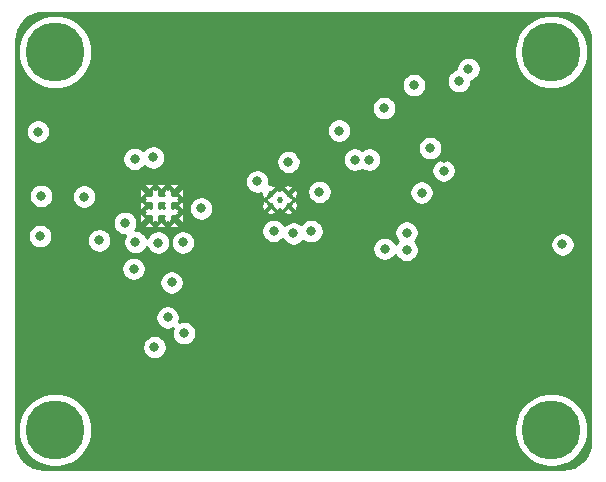
<source format=gbr>
%TF.GenerationSoftware,KiCad,Pcbnew,(5.1.12-1-10_14)*%
%TF.CreationDate,2022-02-15T12:54:36-08:00*%
%TF.ProjectId,g3_power,67335f70-6f77-4657-922e-6b696361645f,rev?*%
%TF.SameCoordinates,Original*%
%TF.FileFunction,Copper,L2,Inr*%
%TF.FilePolarity,Positive*%
%FSLAX46Y46*%
G04 Gerber Fmt 4.6, Leading zero omitted, Abs format (unit mm)*
G04 Created by KiCad (PCBNEW (5.1.12-1-10_14)) date 2022-02-15 12:54:36*
%MOMM*%
%LPD*%
G01*
G04 APERTURE LIST*
%TA.AperFunction,ComponentPad*%
%ADD10C,5.000000*%
%TD*%
%TA.AperFunction,ComponentPad*%
%ADD11C,0.300000*%
%TD*%
%TA.AperFunction,ComponentPad*%
%ADD12C,0.500000*%
%TD*%
%TA.AperFunction,ViaPad*%
%ADD13C,0.800000*%
%TD*%
%TA.AperFunction,Conductor*%
%ADD14C,0.254000*%
%TD*%
%TA.AperFunction,Conductor*%
%ADD15C,0.100000*%
%TD*%
G04 APERTURE END LIST*
D10*
%TO.N,Net-(H104-Pad1)*%
%TO.C,H104*%
X255000000Y-106000000D03*
%TD*%
%TO.N,Net-(H103-Pad1)*%
%TO.C,H103*%
X213000000Y-106000000D03*
%TD*%
%TO.N,Net-(H102-Pad1)*%
%TO.C,H102*%
X255000000Y-74000000D03*
%TD*%
%TO.N,Net-(H101-Pad1)*%
%TO.C,H101*%
X213000000Y-74000000D03*
%TD*%
D11*
%TO.N,GND*%
%TO.C,U102*%
X232750000Y-87000000D03*
X231250000Y-86000000D03*
X232750000Y-86000000D03*
X231250000Y-87000000D03*
X232000000Y-86500000D03*
%TD*%
D12*
%TO.N,GND*%
%TO.C,U101*%
X223050000Y-88050000D03*
X222000000Y-88050000D03*
X220950000Y-88050000D03*
X223050000Y-87000000D03*
X222000000Y-87000000D03*
X220950000Y-87000000D03*
X223050000Y-85950000D03*
X222000000Y-85950000D03*
X220950000Y-85950000D03*
%TD*%
D13*
%TO.N,GND*%
X245870000Y-76610000D03*
X245880000Y-77580000D03*
X240800000Y-84840000D03*
X229300000Y-87490000D03*
X245905000Y-82950000D03*
X225150000Y-85750000D03*
X234750000Y-87060000D03*
X223375000Y-99895000D03*
X239410000Y-95800000D03*
X216600000Y-83700000D03*
X226730000Y-79030000D03*
X222700000Y-80250000D03*
X233800000Y-82700000D03*
X221770000Y-94720000D03*
X237095000Y-89265000D03*
X214400000Y-80600000D03*
X255900000Y-93900000D03*
X231450000Y-99300000D03*
X213400000Y-94500000D03*
X227015000Y-91385000D03*
X248020000Y-92480000D03*
%TO.N,CC_PIMD*%
X219736511Y-83063489D03*
%TO.N,V_REGN*%
X221310000Y-82930000D03*
X211807500Y-86182500D03*
X211740000Y-89590000D03*
X222870000Y-93510000D03*
X211550000Y-80750000D03*
%TO.N,CC_PWR_OUT*%
X215450000Y-86250000D03*
X219642500Y-92357500D03*
X225360000Y-87250000D03*
X230110000Y-84960000D03*
%TO.N,+5V*%
X247180000Y-76480000D03*
X247990000Y-75440000D03*
X240905000Y-90665000D03*
X245900000Y-84050000D03*
X232750000Y-83300000D03*
X233175000Y-89375000D03*
X244030000Y-85920000D03*
X255950000Y-90300000D03*
%TO.N,BOOST_VAUX*%
X231500000Y-89160000D03*
X235370000Y-85850000D03*
%TO.N,/BOOST_PS*%
X237040000Y-80670000D03*
X234690000Y-89180000D03*
%TO.N,/~CC_INT*%
X243375000Y-76805000D03*
X216725000Y-89950000D03*
%TO.N,/~CC_CE*%
X221720000Y-90150000D03*
X222520000Y-96470000D03*
X223900000Y-97820000D03*
X244755001Y-82144999D03*
%TO.N,/~CC_QON*%
X240850000Y-78760000D03*
%TO.N,Net-(JP3-Pad2)*%
X223820000Y-90130000D03*
X221400000Y-99000000D03*
%TO.N,/SCL*%
X218910000Y-88480000D03*
X242760000Y-90770000D03*
X239600000Y-83125000D03*
%TO.N,/SDA*%
X219800000Y-90100000D03*
X242760000Y-89300000D03*
X238375000Y-83125000D03*
%TD*%
D14*
%TO.N,GND*%
X256449016Y-70732312D02*
X256880930Y-70862714D01*
X257279285Y-71074524D01*
X257628914Y-71359675D01*
X257916497Y-71707303D01*
X258131086Y-72104177D01*
X258264498Y-72535161D01*
X258315000Y-73015654D01*
X258315001Y-106966485D01*
X258267688Y-107449016D01*
X258137287Y-107880927D01*
X257925480Y-108279280D01*
X257640325Y-108628914D01*
X257292697Y-108916497D01*
X256895825Y-109131085D01*
X256464834Y-109264500D01*
X255984346Y-109315000D01*
X212033504Y-109315000D01*
X211550984Y-109267688D01*
X211119073Y-109137287D01*
X210720720Y-108925480D01*
X210371086Y-108640325D01*
X210083503Y-108292697D01*
X209868915Y-107895825D01*
X209735500Y-107464834D01*
X209685000Y-106984346D01*
X209685000Y-105691229D01*
X209865000Y-105691229D01*
X209865000Y-106308771D01*
X209985476Y-106914446D01*
X210221799Y-107484979D01*
X210564886Y-107998446D01*
X211001554Y-108435114D01*
X211515021Y-108778201D01*
X212085554Y-109014524D01*
X212691229Y-109135000D01*
X213308771Y-109135000D01*
X213914446Y-109014524D01*
X214484979Y-108778201D01*
X214998446Y-108435114D01*
X215435114Y-107998446D01*
X215778201Y-107484979D01*
X216014524Y-106914446D01*
X216135000Y-106308771D01*
X216135000Y-105691229D01*
X251865000Y-105691229D01*
X251865000Y-106308771D01*
X251985476Y-106914446D01*
X252221799Y-107484979D01*
X252564886Y-107998446D01*
X253001554Y-108435114D01*
X253515021Y-108778201D01*
X254085554Y-109014524D01*
X254691229Y-109135000D01*
X255308771Y-109135000D01*
X255914446Y-109014524D01*
X256484979Y-108778201D01*
X256998446Y-108435114D01*
X257435114Y-107998446D01*
X257778201Y-107484979D01*
X258014524Y-106914446D01*
X258135000Y-106308771D01*
X258135000Y-105691229D01*
X258014524Y-105085554D01*
X257778201Y-104515021D01*
X257435114Y-104001554D01*
X256998446Y-103564886D01*
X256484979Y-103221799D01*
X255914446Y-102985476D01*
X255308771Y-102865000D01*
X254691229Y-102865000D01*
X254085554Y-102985476D01*
X253515021Y-103221799D01*
X253001554Y-103564886D01*
X252564886Y-104001554D01*
X252221799Y-104515021D01*
X251985476Y-105085554D01*
X251865000Y-105691229D01*
X216135000Y-105691229D01*
X216014524Y-105085554D01*
X215778201Y-104515021D01*
X215435114Y-104001554D01*
X214998446Y-103564886D01*
X214484979Y-103221799D01*
X213914446Y-102985476D01*
X213308771Y-102865000D01*
X212691229Y-102865000D01*
X212085554Y-102985476D01*
X211515021Y-103221799D01*
X211001554Y-103564886D01*
X210564886Y-104001554D01*
X210221799Y-104515021D01*
X209985476Y-105085554D01*
X209865000Y-105691229D01*
X209685000Y-105691229D01*
X209685000Y-98898061D01*
X220365000Y-98898061D01*
X220365000Y-99101939D01*
X220404774Y-99301898D01*
X220482795Y-99490256D01*
X220596063Y-99659774D01*
X220740226Y-99803937D01*
X220909744Y-99917205D01*
X221098102Y-99995226D01*
X221298061Y-100035000D01*
X221501939Y-100035000D01*
X221701898Y-99995226D01*
X221890256Y-99917205D01*
X222059774Y-99803937D01*
X222203937Y-99659774D01*
X222317205Y-99490256D01*
X222395226Y-99301898D01*
X222435000Y-99101939D01*
X222435000Y-98898061D01*
X222395226Y-98698102D01*
X222317205Y-98509744D01*
X222203937Y-98340226D01*
X222059774Y-98196063D01*
X221890256Y-98082795D01*
X221701898Y-98004774D01*
X221501939Y-97965000D01*
X221298061Y-97965000D01*
X221098102Y-98004774D01*
X220909744Y-98082795D01*
X220740226Y-98196063D01*
X220596063Y-98340226D01*
X220482795Y-98509744D01*
X220404774Y-98698102D01*
X220365000Y-98898061D01*
X209685000Y-98898061D01*
X209685000Y-96368061D01*
X221485000Y-96368061D01*
X221485000Y-96571939D01*
X221524774Y-96771898D01*
X221602795Y-96960256D01*
X221716063Y-97129774D01*
X221860226Y-97273937D01*
X222029744Y-97387205D01*
X222218102Y-97465226D01*
X222418061Y-97505000D01*
X222621939Y-97505000D01*
X222821898Y-97465226D01*
X222948377Y-97412836D01*
X222904774Y-97518102D01*
X222865000Y-97718061D01*
X222865000Y-97921939D01*
X222904774Y-98121898D01*
X222982795Y-98310256D01*
X223096063Y-98479774D01*
X223240226Y-98623937D01*
X223409744Y-98737205D01*
X223598102Y-98815226D01*
X223798061Y-98855000D01*
X224001939Y-98855000D01*
X224201898Y-98815226D01*
X224390256Y-98737205D01*
X224559774Y-98623937D01*
X224703937Y-98479774D01*
X224817205Y-98310256D01*
X224895226Y-98121898D01*
X224935000Y-97921939D01*
X224935000Y-97718061D01*
X224895226Y-97518102D01*
X224817205Y-97329744D01*
X224703937Y-97160226D01*
X224559774Y-97016063D01*
X224390256Y-96902795D01*
X224201898Y-96824774D01*
X224001939Y-96785000D01*
X223798061Y-96785000D01*
X223598102Y-96824774D01*
X223471623Y-96877164D01*
X223515226Y-96771898D01*
X223555000Y-96571939D01*
X223555000Y-96368061D01*
X223515226Y-96168102D01*
X223437205Y-95979744D01*
X223323937Y-95810226D01*
X223179774Y-95666063D01*
X223010256Y-95552795D01*
X222821898Y-95474774D01*
X222621939Y-95435000D01*
X222418061Y-95435000D01*
X222218102Y-95474774D01*
X222029744Y-95552795D01*
X221860226Y-95666063D01*
X221716063Y-95810226D01*
X221602795Y-95979744D01*
X221524774Y-96168102D01*
X221485000Y-96368061D01*
X209685000Y-96368061D01*
X209685000Y-93408061D01*
X221835000Y-93408061D01*
X221835000Y-93611939D01*
X221874774Y-93811898D01*
X221952795Y-94000256D01*
X222066063Y-94169774D01*
X222210226Y-94313937D01*
X222379744Y-94427205D01*
X222568102Y-94505226D01*
X222768061Y-94545000D01*
X222971939Y-94545000D01*
X223171898Y-94505226D01*
X223360256Y-94427205D01*
X223529774Y-94313937D01*
X223673937Y-94169774D01*
X223787205Y-94000256D01*
X223865226Y-93811898D01*
X223905000Y-93611939D01*
X223905000Y-93408061D01*
X223865226Y-93208102D01*
X223787205Y-93019744D01*
X223673937Y-92850226D01*
X223529774Y-92706063D01*
X223360256Y-92592795D01*
X223171898Y-92514774D01*
X222971939Y-92475000D01*
X222768061Y-92475000D01*
X222568102Y-92514774D01*
X222379744Y-92592795D01*
X222210226Y-92706063D01*
X222066063Y-92850226D01*
X221952795Y-93019744D01*
X221874774Y-93208102D01*
X221835000Y-93408061D01*
X209685000Y-93408061D01*
X209685000Y-92255561D01*
X218607500Y-92255561D01*
X218607500Y-92459439D01*
X218647274Y-92659398D01*
X218725295Y-92847756D01*
X218838563Y-93017274D01*
X218982726Y-93161437D01*
X219152244Y-93274705D01*
X219340602Y-93352726D01*
X219540561Y-93392500D01*
X219744439Y-93392500D01*
X219944398Y-93352726D01*
X220132756Y-93274705D01*
X220302274Y-93161437D01*
X220446437Y-93017274D01*
X220559705Y-92847756D01*
X220637726Y-92659398D01*
X220677500Y-92459439D01*
X220677500Y-92255561D01*
X220637726Y-92055602D01*
X220559705Y-91867244D01*
X220446437Y-91697726D01*
X220302274Y-91553563D01*
X220132756Y-91440295D01*
X219944398Y-91362274D01*
X219744439Y-91322500D01*
X219540561Y-91322500D01*
X219340602Y-91362274D01*
X219152244Y-91440295D01*
X218982726Y-91553563D01*
X218838563Y-91697726D01*
X218725295Y-91867244D01*
X218647274Y-92055602D01*
X218607500Y-92255561D01*
X209685000Y-92255561D01*
X209685000Y-89488061D01*
X210705000Y-89488061D01*
X210705000Y-89691939D01*
X210744774Y-89891898D01*
X210822795Y-90080256D01*
X210936063Y-90249774D01*
X211080226Y-90393937D01*
X211249744Y-90507205D01*
X211438102Y-90585226D01*
X211638061Y-90625000D01*
X211841939Y-90625000D01*
X212041898Y-90585226D01*
X212230256Y-90507205D01*
X212399774Y-90393937D01*
X212543937Y-90249774D01*
X212657205Y-90080256D01*
X212735226Y-89891898D01*
X212743945Y-89848061D01*
X215690000Y-89848061D01*
X215690000Y-90051939D01*
X215729774Y-90251898D01*
X215807795Y-90440256D01*
X215921063Y-90609774D01*
X216065226Y-90753937D01*
X216234744Y-90867205D01*
X216423102Y-90945226D01*
X216623061Y-90985000D01*
X216826939Y-90985000D01*
X217026898Y-90945226D01*
X217215256Y-90867205D01*
X217384774Y-90753937D01*
X217528937Y-90609774D01*
X217642205Y-90440256D01*
X217720226Y-90251898D01*
X217760000Y-90051939D01*
X217760000Y-89848061D01*
X217720226Y-89648102D01*
X217642205Y-89459744D01*
X217528937Y-89290226D01*
X217384774Y-89146063D01*
X217215256Y-89032795D01*
X217026898Y-88954774D01*
X216826939Y-88915000D01*
X216623061Y-88915000D01*
X216423102Y-88954774D01*
X216234744Y-89032795D01*
X216065226Y-89146063D01*
X215921063Y-89290226D01*
X215807795Y-89459744D01*
X215729774Y-89648102D01*
X215690000Y-89848061D01*
X212743945Y-89848061D01*
X212775000Y-89691939D01*
X212775000Y-89488061D01*
X212735226Y-89288102D01*
X212657205Y-89099744D01*
X212543937Y-88930226D01*
X212399774Y-88786063D01*
X212230256Y-88672795D01*
X212041898Y-88594774D01*
X211841939Y-88555000D01*
X211638061Y-88555000D01*
X211438102Y-88594774D01*
X211249744Y-88672795D01*
X211080226Y-88786063D01*
X210936063Y-88930226D01*
X210822795Y-89099744D01*
X210744774Y-89288102D01*
X210705000Y-89488061D01*
X209685000Y-89488061D01*
X209685000Y-88378061D01*
X217875000Y-88378061D01*
X217875000Y-88581939D01*
X217914774Y-88781898D01*
X217992795Y-88970256D01*
X218106063Y-89139774D01*
X218250226Y-89283937D01*
X218419744Y-89397205D01*
X218608102Y-89475226D01*
X218808061Y-89515000D01*
X218946101Y-89515000D01*
X218882795Y-89609744D01*
X218804774Y-89798102D01*
X218765000Y-89998061D01*
X218765000Y-90201939D01*
X218804774Y-90401898D01*
X218882795Y-90590256D01*
X218996063Y-90759774D01*
X219140226Y-90903937D01*
X219309744Y-91017205D01*
X219498102Y-91095226D01*
X219698061Y-91135000D01*
X219901939Y-91135000D01*
X220101898Y-91095226D01*
X220290256Y-91017205D01*
X220459774Y-90903937D01*
X220603937Y-90759774D01*
X220717205Y-90590256D01*
X220749645Y-90511940D01*
X220802795Y-90640256D01*
X220916063Y-90809774D01*
X221060226Y-90953937D01*
X221229744Y-91067205D01*
X221418102Y-91145226D01*
X221618061Y-91185000D01*
X221821939Y-91185000D01*
X222021898Y-91145226D01*
X222210256Y-91067205D01*
X222379774Y-90953937D01*
X222523937Y-90809774D01*
X222637205Y-90640256D01*
X222715226Y-90451898D01*
X222755000Y-90251939D01*
X222755000Y-90048061D01*
X222751022Y-90028061D01*
X222785000Y-90028061D01*
X222785000Y-90231939D01*
X222824774Y-90431898D01*
X222902795Y-90620256D01*
X223016063Y-90789774D01*
X223160226Y-90933937D01*
X223329744Y-91047205D01*
X223518102Y-91125226D01*
X223718061Y-91165000D01*
X223921939Y-91165000D01*
X224121898Y-91125226D01*
X224310256Y-91047205D01*
X224479774Y-90933937D01*
X224623937Y-90789774D01*
X224737205Y-90620256D01*
X224760896Y-90563061D01*
X239870000Y-90563061D01*
X239870000Y-90766939D01*
X239909774Y-90966898D01*
X239987795Y-91155256D01*
X240101063Y-91324774D01*
X240245226Y-91468937D01*
X240414744Y-91582205D01*
X240603102Y-91660226D01*
X240803061Y-91700000D01*
X241006939Y-91700000D01*
X241206898Y-91660226D01*
X241395256Y-91582205D01*
X241564774Y-91468937D01*
X241708937Y-91324774D01*
X241808067Y-91176415D01*
X241842795Y-91260256D01*
X241956063Y-91429774D01*
X242100226Y-91573937D01*
X242269744Y-91687205D01*
X242458102Y-91765226D01*
X242658061Y-91805000D01*
X242861939Y-91805000D01*
X243061898Y-91765226D01*
X243250256Y-91687205D01*
X243419774Y-91573937D01*
X243563937Y-91429774D01*
X243677205Y-91260256D01*
X243755226Y-91071898D01*
X243795000Y-90871939D01*
X243795000Y-90668061D01*
X243755226Y-90468102D01*
X243677205Y-90279744D01*
X243622627Y-90198061D01*
X254915000Y-90198061D01*
X254915000Y-90401939D01*
X254954774Y-90601898D01*
X255032795Y-90790256D01*
X255146063Y-90959774D01*
X255290226Y-91103937D01*
X255459744Y-91217205D01*
X255648102Y-91295226D01*
X255848061Y-91335000D01*
X256051939Y-91335000D01*
X256251898Y-91295226D01*
X256440256Y-91217205D01*
X256609774Y-91103937D01*
X256753937Y-90959774D01*
X256867205Y-90790256D01*
X256945226Y-90601898D01*
X256985000Y-90401939D01*
X256985000Y-90198061D01*
X256945226Y-89998102D01*
X256867205Y-89809744D01*
X256753937Y-89640226D01*
X256609774Y-89496063D01*
X256440256Y-89382795D01*
X256251898Y-89304774D01*
X256051939Y-89265000D01*
X255848061Y-89265000D01*
X255648102Y-89304774D01*
X255459744Y-89382795D01*
X255290226Y-89496063D01*
X255146063Y-89640226D01*
X255032795Y-89809744D01*
X254954774Y-89998102D01*
X254915000Y-90198061D01*
X243622627Y-90198061D01*
X243563937Y-90110226D01*
X243488711Y-90035000D01*
X243563937Y-89959774D01*
X243677205Y-89790256D01*
X243755226Y-89601898D01*
X243795000Y-89401939D01*
X243795000Y-89198061D01*
X243755226Y-88998102D01*
X243677205Y-88809744D01*
X243563937Y-88640226D01*
X243419774Y-88496063D01*
X243250256Y-88382795D01*
X243061898Y-88304774D01*
X242861939Y-88265000D01*
X242658061Y-88265000D01*
X242458102Y-88304774D01*
X242269744Y-88382795D01*
X242100226Y-88496063D01*
X241956063Y-88640226D01*
X241842795Y-88809744D01*
X241764774Y-88998102D01*
X241725000Y-89198061D01*
X241725000Y-89401939D01*
X241764774Y-89601898D01*
X241842795Y-89790256D01*
X241956063Y-89959774D01*
X242031289Y-90035000D01*
X241956063Y-90110226D01*
X241856933Y-90258585D01*
X241822205Y-90174744D01*
X241708937Y-90005226D01*
X241564774Y-89861063D01*
X241395256Y-89747795D01*
X241206898Y-89669774D01*
X241006939Y-89630000D01*
X240803061Y-89630000D01*
X240603102Y-89669774D01*
X240414744Y-89747795D01*
X240245226Y-89861063D01*
X240101063Y-90005226D01*
X239987795Y-90174744D01*
X239909774Y-90363102D01*
X239870000Y-90563061D01*
X224760896Y-90563061D01*
X224815226Y-90431898D01*
X224855000Y-90231939D01*
X224855000Y-90028061D01*
X224815226Y-89828102D01*
X224737205Y-89639744D01*
X224623937Y-89470226D01*
X224479774Y-89326063D01*
X224310256Y-89212795D01*
X224121898Y-89134774D01*
X223921939Y-89095000D01*
X223718061Y-89095000D01*
X223518102Y-89134774D01*
X223329744Y-89212795D01*
X223160226Y-89326063D01*
X223016063Y-89470226D01*
X222902795Y-89639744D01*
X222824774Y-89828102D01*
X222785000Y-90028061D01*
X222751022Y-90028061D01*
X222715226Y-89848102D01*
X222637205Y-89659744D01*
X222523937Y-89490226D01*
X222379774Y-89346063D01*
X222210256Y-89232795D01*
X222021898Y-89154774D01*
X221821939Y-89115000D01*
X221618061Y-89115000D01*
X221418102Y-89154774D01*
X221229744Y-89232795D01*
X221060226Y-89346063D01*
X220916063Y-89490226D01*
X220802795Y-89659744D01*
X220770355Y-89738060D01*
X220717205Y-89609744D01*
X220603937Y-89440226D01*
X220459774Y-89296063D01*
X220290256Y-89182795D01*
X220101898Y-89104774D01*
X219901939Y-89065000D01*
X219763899Y-89065000D01*
X219768535Y-89058061D01*
X230465000Y-89058061D01*
X230465000Y-89261939D01*
X230504774Y-89461898D01*
X230582795Y-89650256D01*
X230696063Y-89819774D01*
X230840226Y-89963937D01*
X231009744Y-90077205D01*
X231198102Y-90155226D01*
X231398061Y-90195000D01*
X231601939Y-90195000D01*
X231801898Y-90155226D01*
X231990256Y-90077205D01*
X232159774Y-89963937D01*
X232258059Y-89865652D01*
X232371063Y-90034774D01*
X232515226Y-90178937D01*
X232684744Y-90292205D01*
X232873102Y-90370226D01*
X233073061Y-90410000D01*
X233276939Y-90410000D01*
X233476898Y-90370226D01*
X233665256Y-90292205D01*
X233834774Y-90178937D01*
X233978937Y-90034774D01*
X234019843Y-89973554D01*
X234030226Y-89983937D01*
X234199744Y-90097205D01*
X234388102Y-90175226D01*
X234588061Y-90215000D01*
X234791939Y-90215000D01*
X234991898Y-90175226D01*
X235180256Y-90097205D01*
X235349774Y-89983937D01*
X235493937Y-89839774D01*
X235607205Y-89670256D01*
X235685226Y-89481898D01*
X235725000Y-89281939D01*
X235725000Y-89078061D01*
X235685226Y-88878102D01*
X235607205Y-88689744D01*
X235493937Y-88520226D01*
X235349774Y-88376063D01*
X235180256Y-88262795D01*
X234991898Y-88184774D01*
X234791939Y-88145000D01*
X234588061Y-88145000D01*
X234388102Y-88184774D01*
X234199744Y-88262795D01*
X234030226Y-88376063D01*
X233886063Y-88520226D01*
X233845157Y-88581446D01*
X233834774Y-88571063D01*
X233665256Y-88457795D01*
X233476898Y-88379774D01*
X233276939Y-88340000D01*
X233073061Y-88340000D01*
X232873102Y-88379774D01*
X232684744Y-88457795D01*
X232515226Y-88571063D01*
X232416941Y-88669348D01*
X232303937Y-88500226D01*
X232159774Y-88356063D01*
X231990256Y-88242795D01*
X231801898Y-88164774D01*
X231601939Y-88125000D01*
X231398061Y-88125000D01*
X231198102Y-88164774D01*
X231009744Y-88242795D01*
X230840226Y-88356063D01*
X230696063Y-88500226D01*
X230582795Y-88669744D01*
X230504774Y-88858102D01*
X230465000Y-89058061D01*
X219768535Y-89058061D01*
X219827205Y-88970256D01*
X219905226Y-88781898D01*
X219932224Y-88646164D01*
X220527784Y-88646164D01*
X220531826Y-88834827D01*
X220692974Y-88901328D01*
X220863998Y-88935113D01*
X221038328Y-88934884D01*
X221209264Y-88900649D01*
X221368174Y-88834827D01*
X221372216Y-88646164D01*
X221577784Y-88646164D01*
X221581826Y-88834827D01*
X221742974Y-88901328D01*
X221913998Y-88935113D01*
X222088328Y-88934884D01*
X222259264Y-88900649D01*
X222418174Y-88834827D01*
X222422216Y-88646164D01*
X222627784Y-88646164D01*
X222631826Y-88834827D01*
X222792974Y-88901328D01*
X222963998Y-88935113D01*
X223138328Y-88934884D01*
X223309264Y-88900649D01*
X223468174Y-88834827D01*
X223472216Y-88646164D01*
X223050000Y-88223948D01*
X222627784Y-88646164D01*
X222422216Y-88646164D01*
X222000000Y-88223948D01*
X221577784Y-88646164D01*
X221372216Y-88646164D01*
X220950000Y-88223948D01*
X220527784Y-88646164D01*
X219932224Y-88646164D01*
X219945000Y-88581939D01*
X219945000Y-88378061D01*
X219905226Y-88178102D01*
X219827205Y-87989744D01*
X219810003Y-87963998D01*
X220064887Y-87963998D01*
X220065116Y-88138328D01*
X220099351Y-88309264D01*
X220165173Y-88468174D01*
X220353836Y-88472216D01*
X220776052Y-88050000D01*
X220353836Y-87627784D01*
X220165173Y-87631826D01*
X220098672Y-87792974D01*
X220064887Y-87963998D01*
X219810003Y-87963998D01*
X219713937Y-87820226D01*
X219569774Y-87676063D01*
X219400256Y-87562795D01*
X219211898Y-87484774D01*
X219011939Y-87445000D01*
X218808061Y-87445000D01*
X218608102Y-87484774D01*
X218419744Y-87562795D01*
X218250226Y-87676063D01*
X218106063Y-87820226D01*
X217992795Y-87989744D01*
X217914774Y-88178102D01*
X217875000Y-88378061D01*
X209685000Y-88378061D01*
X209685000Y-86080561D01*
X210772500Y-86080561D01*
X210772500Y-86284439D01*
X210812274Y-86484398D01*
X210890295Y-86672756D01*
X211003563Y-86842274D01*
X211147726Y-86986437D01*
X211317244Y-87099705D01*
X211505602Y-87177726D01*
X211705561Y-87217500D01*
X211909439Y-87217500D01*
X212109398Y-87177726D01*
X212297756Y-87099705D01*
X212467274Y-86986437D01*
X212611437Y-86842274D01*
X212724705Y-86672756D01*
X212802726Y-86484398D01*
X212842500Y-86284439D01*
X212842500Y-86148061D01*
X214415000Y-86148061D01*
X214415000Y-86351939D01*
X214454774Y-86551898D01*
X214532795Y-86740256D01*
X214646063Y-86909774D01*
X214790226Y-87053937D01*
X214959744Y-87167205D01*
X215148102Y-87245226D01*
X215348061Y-87285000D01*
X215551939Y-87285000D01*
X215751898Y-87245226D01*
X215940256Y-87167205D01*
X216109774Y-87053937D01*
X216249713Y-86913998D01*
X220064887Y-86913998D01*
X220065116Y-87088328D01*
X220099351Y-87259264D01*
X220165173Y-87418174D01*
X220353836Y-87422216D01*
X220776052Y-87000000D01*
X220353836Y-86577784D01*
X220165173Y-86581826D01*
X220098672Y-86742974D01*
X220064887Y-86913998D01*
X216249713Y-86913998D01*
X216253937Y-86909774D01*
X216367205Y-86740256D01*
X216445226Y-86551898D01*
X216474677Y-86403836D01*
X220527784Y-86403836D01*
X220598948Y-86475000D01*
X220527784Y-86546164D01*
X220531826Y-86734827D01*
X220692974Y-86801328D01*
X220863998Y-86835113D01*
X221038328Y-86834884D01*
X221134313Y-86815660D01*
X221114887Y-86913998D01*
X221115116Y-87088328D01*
X221134340Y-87184313D01*
X221036002Y-87164887D01*
X220861672Y-87165116D01*
X220690736Y-87199351D01*
X220531826Y-87265173D01*
X220527784Y-87453836D01*
X220598948Y-87525000D01*
X220527784Y-87596164D01*
X220531826Y-87784827D01*
X220692974Y-87851328D01*
X220863998Y-87885113D01*
X221038328Y-87884884D01*
X221134313Y-87865660D01*
X221114887Y-87963998D01*
X221115116Y-88138328D01*
X221149351Y-88309264D01*
X221215173Y-88468174D01*
X221403836Y-88472216D01*
X221475000Y-88401052D01*
X221546164Y-88472216D01*
X221734827Y-88468174D01*
X221801328Y-88307026D01*
X221835113Y-88136002D01*
X221834884Y-87961672D01*
X221815660Y-87865687D01*
X221913998Y-87885113D01*
X222088328Y-87884884D01*
X222184313Y-87865660D01*
X222164887Y-87963998D01*
X222165116Y-88138328D01*
X222199351Y-88309264D01*
X222265173Y-88468174D01*
X222453836Y-88472216D01*
X222525000Y-88401052D01*
X222596164Y-88472216D01*
X222784827Y-88468174D01*
X222851328Y-88307026D01*
X222885113Y-88136002D01*
X222885001Y-88050000D01*
X223223948Y-88050000D01*
X223646164Y-88472216D01*
X223834827Y-88468174D01*
X223901328Y-88307026D01*
X223935113Y-88136002D01*
X223934884Y-87961672D01*
X223900649Y-87790736D01*
X223834827Y-87631826D01*
X223646164Y-87627784D01*
X223223948Y-88050000D01*
X222885001Y-88050000D01*
X222884884Y-87961672D01*
X222865660Y-87865687D01*
X222963998Y-87885113D01*
X223138328Y-87884884D01*
X223309264Y-87850649D01*
X223468174Y-87784827D01*
X223472216Y-87596164D01*
X223401052Y-87525000D01*
X223472216Y-87453836D01*
X223468174Y-87265173D01*
X223307026Y-87198672D01*
X223136002Y-87164887D01*
X222961672Y-87165116D01*
X222865687Y-87184340D01*
X222885113Y-87086002D01*
X222885001Y-87000000D01*
X223223948Y-87000000D01*
X223646164Y-87422216D01*
X223834827Y-87418174D01*
X223901328Y-87257026D01*
X223922853Y-87148061D01*
X224325000Y-87148061D01*
X224325000Y-87351939D01*
X224364774Y-87551898D01*
X224442795Y-87740256D01*
X224556063Y-87909774D01*
X224700226Y-88053937D01*
X224869744Y-88167205D01*
X225058102Y-88245226D01*
X225258061Y-88285000D01*
X225461939Y-88285000D01*
X225661898Y-88245226D01*
X225850256Y-88167205D01*
X226019774Y-88053937D01*
X226163937Y-87909774D01*
X226277205Y-87740256D01*
X226314011Y-87651399D01*
X230805161Y-87651399D01*
X230940789Y-87725667D01*
X231088302Y-87772047D01*
X231242027Y-87788759D01*
X231396059Y-87775158D01*
X231544479Y-87731769D01*
X231681582Y-87660259D01*
X231694839Y-87651399D01*
X232305161Y-87651399D01*
X232440789Y-87725667D01*
X232588302Y-87772047D01*
X232742027Y-87788759D01*
X232896059Y-87775158D01*
X233044479Y-87731769D01*
X233181582Y-87660259D01*
X233194839Y-87651399D01*
X233178951Y-87461478D01*
X232750000Y-87032527D01*
X232321049Y-87461478D01*
X232305161Y-87651399D01*
X231694839Y-87651399D01*
X231678951Y-87461478D01*
X231250000Y-87032527D01*
X230821049Y-87461478D01*
X230805161Y-87651399D01*
X226314011Y-87651399D01*
X226355226Y-87551898D01*
X226395000Y-87351939D01*
X226395000Y-87148061D01*
X226355226Y-86948102D01*
X226277205Y-86759744D01*
X226163937Y-86590226D01*
X226019774Y-86446063D01*
X225850256Y-86332795D01*
X225661898Y-86254774D01*
X225461939Y-86215000D01*
X225258061Y-86215000D01*
X225058102Y-86254774D01*
X224869744Y-86332795D01*
X224700226Y-86446063D01*
X224556063Y-86590226D01*
X224442795Y-86759744D01*
X224364774Y-86948102D01*
X224325000Y-87148061D01*
X223922853Y-87148061D01*
X223935113Y-87086002D01*
X223934884Y-86911672D01*
X223900649Y-86740736D01*
X223834827Y-86581826D01*
X223646164Y-86577784D01*
X223223948Y-87000000D01*
X222885001Y-87000000D01*
X222884884Y-86911672D01*
X222865660Y-86815687D01*
X222963998Y-86835113D01*
X223138328Y-86834884D01*
X223309264Y-86800649D01*
X223468174Y-86734827D01*
X223472216Y-86546164D01*
X223401052Y-86475000D01*
X223472216Y-86403836D01*
X223468174Y-86215173D01*
X223307026Y-86148672D01*
X223136002Y-86114887D01*
X222961672Y-86115116D01*
X222865687Y-86134340D01*
X222885113Y-86036002D01*
X222885001Y-85950000D01*
X223223948Y-85950000D01*
X223646164Y-86372216D01*
X223834827Y-86368174D01*
X223901328Y-86207026D01*
X223935113Y-86036002D01*
X223934884Y-85861672D01*
X223900649Y-85690736D01*
X223834827Y-85531826D01*
X223646164Y-85527784D01*
X223223948Y-85950000D01*
X222885001Y-85950000D01*
X222884884Y-85861672D01*
X222850649Y-85690736D01*
X222784827Y-85531826D01*
X222596164Y-85527784D01*
X222525000Y-85598948D01*
X222453836Y-85527784D01*
X222265173Y-85531826D01*
X222198672Y-85692974D01*
X222164887Y-85863998D01*
X222165116Y-86038328D01*
X222184340Y-86134313D01*
X222086002Y-86114887D01*
X221911672Y-86115116D01*
X221815687Y-86134340D01*
X221835113Y-86036002D01*
X221834884Y-85861672D01*
X221800649Y-85690736D01*
X221734827Y-85531826D01*
X221546164Y-85527784D01*
X221475000Y-85598948D01*
X221403836Y-85527784D01*
X221215173Y-85531826D01*
X221148672Y-85692974D01*
X221114887Y-85863998D01*
X221115116Y-86038328D01*
X221134340Y-86134313D01*
X221036002Y-86114887D01*
X220861672Y-86115116D01*
X220690736Y-86149351D01*
X220531826Y-86215173D01*
X220527784Y-86403836D01*
X216474677Y-86403836D01*
X216485000Y-86351939D01*
X216485000Y-86148061D01*
X216445226Y-85948102D01*
X216410389Y-85863998D01*
X220064887Y-85863998D01*
X220065116Y-86038328D01*
X220099351Y-86209264D01*
X220165173Y-86368174D01*
X220353836Y-86372216D01*
X220776052Y-85950000D01*
X220353836Y-85527784D01*
X220165173Y-85531826D01*
X220098672Y-85692974D01*
X220064887Y-85863998D01*
X216410389Y-85863998D01*
X216367205Y-85759744D01*
X216253937Y-85590226D01*
X216109774Y-85446063D01*
X215971747Y-85353836D01*
X220527784Y-85353836D01*
X220950000Y-85776052D01*
X221372216Y-85353836D01*
X221577784Y-85353836D01*
X222000000Y-85776052D01*
X222422216Y-85353836D01*
X222627784Y-85353836D01*
X223050000Y-85776052D01*
X223472216Y-85353836D01*
X223468174Y-85165173D01*
X223307026Y-85098672D01*
X223136002Y-85064887D01*
X222961672Y-85065116D01*
X222790736Y-85099351D01*
X222631826Y-85165173D01*
X222627784Y-85353836D01*
X222422216Y-85353836D01*
X222418174Y-85165173D01*
X222257026Y-85098672D01*
X222086002Y-85064887D01*
X221911672Y-85065116D01*
X221740736Y-85099351D01*
X221581826Y-85165173D01*
X221577784Y-85353836D01*
X221372216Y-85353836D01*
X221368174Y-85165173D01*
X221207026Y-85098672D01*
X221036002Y-85064887D01*
X220861672Y-85065116D01*
X220690736Y-85099351D01*
X220531826Y-85165173D01*
X220527784Y-85353836D01*
X215971747Y-85353836D01*
X215940256Y-85332795D01*
X215751898Y-85254774D01*
X215551939Y-85215000D01*
X215348061Y-85215000D01*
X215148102Y-85254774D01*
X214959744Y-85332795D01*
X214790226Y-85446063D01*
X214646063Y-85590226D01*
X214532795Y-85759744D01*
X214454774Y-85948102D01*
X214415000Y-86148061D01*
X212842500Y-86148061D01*
X212842500Y-86080561D01*
X212802726Y-85880602D01*
X212724705Y-85692244D01*
X212611437Y-85522726D01*
X212467274Y-85378563D01*
X212297756Y-85265295D01*
X212109398Y-85187274D01*
X211909439Y-85147500D01*
X211705561Y-85147500D01*
X211505602Y-85187274D01*
X211317244Y-85265295D01*
X211147726Y-85378563D01*
X211003563Y-85522726D01*
X210890295Y-85692244D01*
X210812274Y-85880602D01*
X210772500Y-86080561D01*
X209685000Y-86080561D01*
X209685000Y-84858061D01*
X229075000Y-84858061D01*
X229075000Y-85061939D01*
X229114774Y-85261898D01*
X229192795Y-85450256D01*
X229306063Y-85619774D01*
X229450226Y-85763937D01*
X229619744Y-85877205D01*
X229808102Y-85955226D01*
X230008061Y-85995000D01*
X230211939Y-85995000D01*
X230411898Y-85955226D01*
X230467757Y-85932088D01*
X230461241Y-85992027D01*
X230474842Y-86146059D01*
X230518231Y-86294479D01*
X230589741Y-86431582D01*
X230598601Y-86444839D01*
X230788522Y-86428951D01*
X230810079Y-86407394D01*
X230817826Y-86500000D01*
X230810079Y-86592606D01*
X230788522Y-86571049D01*
X230598601Y-86555161D01*
X230524333Y-86690789D01*
X230477953Y-86838302D01*
X230461241Y-86992027D01*
X230474842Y-87146059D01*
X230518231Y-87294479D01*
X230589741Y-87431582D01*
X230598601Y-87444839D01*
X230788522Y-87428951D01*
X231217473Y-87000000D01*
X230944218Y-86726745D01*
X231039106Y-86756579D01*
X231250000Y-86967473D01*
X231321282Y-86896191D01*
X231339741Y-86931582D01*
X231344229Y-86938298D01*
X231282527Y-87000000D01*
X231711478Y-87428951D01*
X231901399Y-87444839D01*
X231975667Y-87309211D01*
X231982426Y-87287715D01*
X231992027Y-87288759D01*
X232015942Y-87286647D01*
X232018231Y-87294479D01*
X232089741Y-87431582D01*
X232098601Y-87444839D01*
X232288522Y-87428951D01*
X232717473Y-87000000D01*
X232655260Y-86937787D01*
X232678279Y-86895752D01*
X232750000Y-86967473D01*
X232961424Y-86756049D01*
X233044479Y-86731769D01*
X233057603Y-86724924D01*
X232782527Y-87000000D01*
X233211478Y-87428951D01*
X233401399Y-87444839D01*
X233475667Y-87309211D01*
X233522047Y-87161698D01*
X233538759Y-87007973D01*
X233525158Y-86853941D01*
X233481769Y-86705521D01*
X233410259Y-86568418D01*
X233401399Y-86555161D01*
X233211478Y-86571049D01*
X233189921Y-86592606D01*
X233182174Y-86500000D01*
X233189921Y-86407394D01*
X233211478Y-86428951D01*
X233401399Y-86444839D01*
X233475667Y-86309211D01*
X233522047Y-86161698D01*
X233538759Y-86007973D01*
X233525158Y-85853941D01*
X233494206Y-85748061D01*
X234335000Y-85748061D01*
X234335000Y-85951939D01*
X234374774Y-86151898D01*
X234452795Y-86340256D01*
X234566063Y-86509774D01*
X234710226Y-86653937D01*
X234879744Y-86767205D01*
X235068102Y-86845226D01*
X235268061Y-86885000D01*
X235471939Y-86885000D01*
X235671898Y-86845226D01*
X235860256Y-86767205D01*
X236029774Y-86653937D01*
X236173937Y-86509774D01*
X236287205Y-86340256D01*
X236365226Y-86151898D01*
X236405000Y-85951939D01*
X236405000Y-85818061D01*
X242995000Y-85818061D01*
X242995000Y-86021939D01*
X243034774Y-86221898D01*
X243112795Y-86410256D01*
X243226063Y-86579774D01*
X243370226Y-86723937D01*
X243539744Y-86837205D01*
X243728102Y-86915226D01*
X243928061Y-86955000D01*
X244131939Y-86955000D01*
X244331898Y-86915226D01*
X244520256Y-86837205D01*
X244689774Y-86723937D01*
X244833937Y-86579774D01*
X244947205Y-86410256D01*
X245025226Y-86221898D01*
X245065000Y-86021939D01*
X245065000Y-85818061D01*
X245025226Y-85618102D01*
X244947205Y-85429744D01*
X244833937Y-85260226D01*
X244689774Y-85116063D01*
X244520256Y-85002795D01*
X244331898Y-84924774D01*
X244131939Y-84885000D01*
X243928061Y-84885000D01*
X243728102Y-84924774D01*
X243539744Y-85002795D01*
X243370226Y-85116063D01*
X243226063Y-85260226D01*
X243112795Y-85429744D01*
X243034774Y-85618102D01*
X242995000Y-85818061D01*
X236405000Y-85818061D01*
X236405000Y-85748061D01*
X236365226Y-85548102D01*
X236287205Y-85359744D01*
X236173937Y-85190226D01*
X236029774Y-85046063D01*
X235860256Y-84932795D01*
X235671898Y-84854774D01*
X235471939Y-84815000D01*
X235268061Y-84815000D01*
X235068102Y-84854774D01*
X234879744Y-84932795D01*
X234710226Y-85046063D01*
X234566063Y-85190226D01*
X234452795Y-85359744D01*
X234374774Y-85548102D01*
X234335000Y-85748061D01*
X233494206Y-85748061D01*
X233481769Y-85705521D01*
X233410259Y-85568418D01*
X233401399Y-85555161D01*
X233211478Y-85571049D01*
X232782527Y-86000000D01*
X233055782Y-86273255D01*
X232960894Y-86243421D01*
X232750000Y-86032527D01*
X232678718Y-86103809D01*
X232660259Y-86068418D01*
X232655771Y-86061702D01*
X232717473Y-86000000D01*
X232288522Y-85571049D01*
X232098601Y-85555161D01*
X232024333Y-85690789D01*
X232017574Y-85712285D01*
X232007973Y-85711241D01*
X231984058Y-85713353D01*
X231981769Y-85705521D01*
X231910259Y-85568418D01*
X231901399Y-85555161D01*
X231711478Y-85571049D01*
X231282527Y-86000000D01*
X231344740Y-86062213D01*
X231321721Y-86104248D01*
X231250000Y-86032527D01*
X231038576Y-86243951D01*
X230955521Y-86268231D01*
X230942397Y-86275076D01*
X231217473Y-86000000D01*
X231129792Y-85912319D01*
X231162319Y-85879792D01*
X231250000Y-85967473D01*
X231678951Y-85538522D01*
X231694839Y-85348601D01*
X232305161Y-85348601D01*
X232321049Y-85538522D01*
X232750000Y-85967473D01*
X233178951Y-85538522D01*
X233194839Y-85348601D01*
X233059211Y-85274333D01*
X232911698Y-85227953D01*
X232757973Y-85211241D01*
X232603941Y-85224842D01*
X232455521Y-85268231D01*
X232318418Y-85339741D01*
X232305161Y-85348601D01*
X231694839Y-85348601D01*
X231559211Y-85274333D01*
X231411698Y-85227953D01*
X231257973Y-85211241D01*
X231112752Y-85224064D01*
X231145000Y-85061939D01*
X231145000Y-84858061D01*
X231105226Y-84658102D01*
X231027205Y-84469744D01*
X230913937Y-84300226D01*
X230769774Y-84156063D01*
X230600256Y-84042795D01*
X230411898Y-83964774D01*
X230211939Y-83925000D01*
X230008061Y-83925000D01*
X229808102Y-83964774D01*
X229619744Y-84042795D01*
X229450226Y-84156063D01*
X229306063Y-84300226D01*
X229192795Y-84469744D01*
X229114774Y-84658102D01*
X229075000Y-84858061D01*
X209685000Y-84858061D01*
X209685000Y-82961550D01*
X218701511Y-82961550D01*
X218701511Y-83165428D01*
X218741285Y-83365387D01*
X218819306Y-83553745D01*
X218932574Y-83723263D01*
X219076737Y-83867426D01*
X219246255Y-83980694D01*
X219434613Y-84058715D01*
X219634572Y-84098489D01*
X219838450Y-84098489D01*
X220038409Y-84058715D01*
X220226767Y-83980694D01*
X220396285Y-83867426D01*
X220540448Y-83723263D01*
X220580143Y-83663854D01*
X220650226Y-83733937D01*
X220819744Y-83847205D01*
X221008102Y-83925226D01*
X221208061Y-83965000D01*
X221411939Y-83965000D01*
X221611898Y-83925226D01*
X221800256Y-83847205D01*
X221969774Y-83733937D01*
X222113937Y-83589774D01*
X222227205Y-83420256D01*
X222305226Y-83231898D01*
X222311956Y-83198061D01*
X231715000Y-83198061D01*
X231715000Y-83401939D01*
X231754774Y-83601898D01*
X231832795Y-83790256D01*
X231946063Y-83959774D01*
X232090226Y-84103937D01*
X232259744Y-84217205D01*
X232448102Y-84295226D01*
X232648061Y-84335000D01*
X232851939Y-84335000D01*
X233051898Y-84295226D01*
X233240256Y-84217205D01*
X233409774Y-84103937D01*
X233553937Y-83959774D01*
X233667205Y-83790256D01*
X233745226Y-83601898D01*
X233785000Y-83401939D01*
X233785000Y-83198061D01*
X233750191Y-83023061D01*
X237340000Y-83023061D01*
X237340000Y-83226939D01*
X237379774Y-83426898D01*
X237457795Y-83615256D01*
X237571063Y-83784774D01*
X237715226Y-83928937D01*
X237884744Y-84042205D01*
X238073102Y-84120226D01*
X238273061Y-84160000D01*
X238476939Y-84160000D01*
X238676898Y-84120226D01*
X238865256Y-84042205D01*
X238987500Y-83960524D01*
X239109744Y-84042205D01*
X239298102Y-84120226D01*
X239498061Y-84160000D01*
X239701939Y-84160000D01*
X239901898Y-84120226D01*
X240090256Y-84042205D01*
X240231152Y-83948061D01*
X244865000Y-83948061D01*
X244865000Y-84151939D01*
X244904774Y-84351898D01*
X244982795Y-84540256D01*
X245096063Y-84709774D01*
X245240226Y-84853937D01*
X245409744Y-84967205D01*
X245598102Y-85045226D01*
X245798061Y-85085000D01*
X246001939Y-85085000D01*
X246201898Y-85045226D01*
X246390256Y-84967205D01*
X246559774Y-84853937D01*
X246703937Y-84709774D01*
X246817205Y-84540256D01*
X246895226Y-84351898D01*
X246935000Y-84151939D01*
X246935000Y-83948061D01*
X246895226Y-83748102D01*
X246817205Y-83559744D01*
X246703937Y-83390226D01*
X246559774Y-83246063D01*
X246390256Y-83132795D01*
X246201898Y-83054774D01*
X246001939Y-83015000D01*
X245798061Y-83015000D01*
X245598102Y-83054774D01*
X245409744Y-83132795D01*
X245240226Y-83246063D01*
X245096063Y-83390226D01*
X244982795Y-83559744D01*
X244904774Y-83748102D01*
X244865000Y-83948061D01*
X240231152Y-83948061D01*
X240259774Y-83928937D01*
X240403937Y-83784774D01*
X240517205Y-83615256D01*
X240595226Y-83426898D01*
X240635000Y-83226939D01*
X240635000Y-83023061D01*
X240595226Y-82823102D01*
X240517205Y-82634744D01*
X240403937Y-82465226D01*
X240259774Y-82321063D01*
X240090256Y-82207795D01*
X239901898Y-82129774D01*
X239701939Y-82090000D01*
X239498061Y-82090000D01*
X239298102Y-82129774D01*
X239109744Y-82207795D01*
X238987500Y-82289476D01*
X238865256Y-82207795D01*
X238676898Y-82129774D01*
X238476939Y-82090000D01*
X238273061Y-82090000D01*
X238073102Y-82129774D01*
X237884744Y-82207795D01*
X237715226Y-82321063D01*
X237571063Y-82465226D01*
X237457795Y-82634744D01*
X237379774Y-82823102D01*
X237340000Y-83023061D01*
X233750191Y-83023061D01*
X233745226Y-82998102D01*
X233667205Y-82809744D01*
X233553937Y-82640226D01*
X233409774Y-82496063D01*
X233240256Y-82382795D01*
X233051898Y-82304774D01*
X232851939Y-82265000D01*
X232648061Y-82265000D01*
X232448102Y-82304774D01*
X232259744Y-82382795D01*
X232090226Y-82496063D01*
X231946063Y-82640226D01*
X231832795Y-82809744D01*
X231754774Y-82998102D01*
X231715000Y-83198061D01*
X222311956Y-83198061D01*
X222345000Y-83031939D01*
X222345000Y-82828061D01*
X222305226Y-82628102D01*
X222227205Y-82439744D01*
X222113937Y-82270226D01*
X221969774Y-82126063D01*
X221845551Y-82043060D01*
X243720001Y-82043060D01*
X243720001Y-82246938D01*
X243759775Y-82446897D01*
X243837796Y-82635255D01*
X243951064Y-82804773D01*
X244095227Y-82948936D01*
X244264745Y-83062204D01*
X244453103Y-83140225D01*
X244653062Y-83179999D01*
X244856940Y-83179999D01*
X245056899Y-83140225D01*
X245245257Y-83062204D01*
X245414775Y-82948936D01*
X245558938Y-82804773D01*
X245672206Y-82635255D01*
X245750227Y-82446897D01*
X245790001Y-82246938D01*
X245790001Y-82043060D01*
X245750227Y-81843101D01*
X245672206Y-81654743D01*
X245558938Y-81485225D01*
X245414775Y-81341062D01*
X245245257Y-81227794D01*
X245056899Y-81149773D01*
X244856940Y-81109999D01*
X244653062Y-81109999D01*
X244453103Y-81149773D01*
X244264745Y-81227794D01*
X244095227Y-81341062D01*
X243951064Y-81485225D01*
X243837796Y-81654743D01*
X243759775Y-81843101D01*
X243720001Y-82043060D01*
X221845551Y-82043060D01*
X221800256Y-82012795D01*
X221611898Y-81934774D01*
X221411939Y-81895000D01*
X221208061Y-81895000D01*
X221008102Y-81934774D01*
X220819744Y-82012795D01*
X220650226Y-82126063D01*
X220506063Y-82270226D01*
X220466368Y-82329635D01*
X220396285Y-82259552D01*
X220226767Y-82146284D01*
X220038409Y-82068263D01*
X219838450Y-82028489D01*
X219634572Y-82028489D01*
X219434613Y-82068263D01*
X219246255Y-82146284D01*
X219076737Y-82259552D01*
X218932574Y-82403715D01*
X218819306Y-82573233D01*
X218741285Y-82761591D01*
X218701511Y-82961550D01*
X209685000Y-82961550D01*
X209685000Y-80648061D01*
X210515000Y-80648061D01*
X210515000Y-80851939D01*
X210554774Y-81051898D01*
X210632795Y-81240256D01*
X210746063Y-81409774D01*
X210890226Y-81553937D01*
X211059744Y-81667205D01*
X211248102Y-81745226D01*
X211448061Y-81785000D01*
X211651939Y-81785000D01*
X211851898Y-81745226D01*
X212040256Y-81667205D01*
X212209774Y-81553937D01*
X212353937Y-81409774D01*
X212467205Y-81240256D01*
X212545226Y-81051898D01*
X212585000Y-80851939D01*
X212585000Y-80648061D01*
X212569088Y-80568061D01*
X236005000Y-80568061D01*
X236005000Y-80771939D01*
X236044774Y-80971898D01*
X236122795Y-81160256D01*
X236236063Y-81329774D01*
X236380226Y-81473937D01*
X236549744Y-81587205D01*
X236738102Y-81665226D01*
X236938061Y-81705000D01*
X237141939Y-81705000D01*
X237341898Y-81665226D01*
X237530256Y-81587205D01*
X237699774Y-81473937D01*
X237843937Y-81329774D01*
X237957205Y-81160256D01*
X238035226Y-80971898D01*
X238075000Y-80771939D01*
X238075000Y-80568061D01*
X238035226Y-80368102D01*
X237957205Y-80179744D01*
X237843937Y-80010226D01*
X237699774Y-79866063D01*
X237530256Y-79752795D01*
X237341898Y-79674774D01*
X237141939Y-79635000D01*
X236938061Y-79635000D01*
X236738102Y-79674774D01*
X236549744Y-79752795D01*
X236380226Y-79866063D01*
X236236063Y-80010226D01*
X236122795Y-80179744D01*
X236044774Y-80368102D01*
X236005000Y-80568061D01*
X212569088Y-80568061D01*
X212545226Y-80448102D01*
X212467205Y-80259744D01*
X212353937Y-80090226D01*
X212209774Y-79946063D01*
X212040256Y-79832795D01*
X211851898Y-79754774D01*
X211651939Y-79715000D01*
X211448061Y-79715000D01*
X211248102Y-79754774D01*
X211059744Y-79832795D01*
X210890226Y-79946063D01*
X210746063Y-80090226D01*
X210632795Y-80259744D01*
X210554774Y-80448102D01*
X210515000Y-80648061D01*
X209685000Y-80648061D01*
X209685000Y-78658061D01*
X239815000Y-78658061D01*
X239815000Y-78861939D01*
X239854774Y-79061898D01*
X239932795Y-79250256D01*
X240046063Y-79419774D01*
X240190226Y-79563937D01*
X240359744Y-79677205D01*
X240548102Y-79755226D01*
X240748061Y-79795000D01*
X240951939Y-79795000D01*
X241151898Y-79755226D01*
X241340256Y-79677205D01*
X241509774Y-79563937D01*
X241653937Y-79419774D01*
X241767205Y-79250256D01*
X241845226Y-79061898D01*
X241885000Y-78861939D01*
X241885000Y-78658061D01*
X241845226Y-78458102D01*
X241767205Y-78269744D01*
X241653937Y-78100226D01*
X241509774Y-77956063D01*
X241340256Y-77842795D01*
X241151898Y-77764774D01*
X240951939Y-77725000D01*
X240748061Y-77725000D01*
X240548102Y-77764774D01*
X240359744Y-77842795D01*
X240190226Y-77956063D01*
X240046063Y-78100226D01*
X239932795Y-78269744D01*
X239854774Y-78458102D01*
X239815000Y-78658061D01*
X209685000Y-78658061D01*
X209685000Y-73691229D01*
X209865000Y-73691229D01*
X209865000Y-74308771D01*
X209985476Y-74914446D01*
X210221799Y-75484979D01*
X210564886Y-75998446D01*
X211001554Y-76435114D01*
X211515021Y-76778201D01*
X212085554Y-77014524D01*
X212691229Y-77135000D01*
X213308771Y-77135000D01*
X213914446Y-77014524D01*
X214484979Y-76778201D01*
X214597434Y-76703061D01*
X242340000Y-76703061D01*
X242340000Y-76906939D01*
X242379774Y-77106898D01*
X242457795Y-77295256D01*
X242571063Y-77464774D01*
X242715226Y-77608937D01*
X242884744Y-77722205D01*
X243073102Y-77800226D01*
X243273061Y-77840000D01*
X243476939Y-77840000D01*
X243676898Y-77800226D01*
X243865256Y-77722205D01*
X244034774Y-77608937D01*
X244178937Y-77464774D01*
X244292205Y-77295256D01*
X244370226Y-77106898D01*
X244410000Y-76906939D01*
X244410000Y-76703061D01*
X244370226Y-76503102D01*
X244318432Y-76378061D01*
X246145000Y-76378061D01*
X246145000Y-76581939D01*
X246184774Y-76781898D01*
X246262795Y-76970256D01*
X246376063Y-77139774D01*
X246520226Y-77283937D01*
X246689744Y-77397205D01*
X246878102Y-77475226D01*
X247078061Y-77515000D01*
X247281939Y-77515000D01*
X247481898Y-77475226D01*
X247670256Y-77397205D01*
X247839774Y-77283937D01*
X247983937Y-77139774D01*
X248097205Y-76970256D01*
X248175226Y-76781898D01*
X248215000Y-76581939D01*
X248215000Y-76450522D01*
X248291898Y-76435226D01*
X248480256Y-76357205D01*
X248649774Y-76243937D01*
X248793937Y-76099774D01*
X248907205Y-75930256D01*
X248985226Y-75741898D01*
X249025000Y-75541939D01*
X249025000Y-75338061D01*
X248985226Y-75138102D01*
X248907205Y-74949744D01*
X248793937Y-74780226D01*
X248649774Y-74636063D01*
X248480256Y-74522795D01*
X248291898Y-74444774D01*
X248091939Y-74405000D01*
X247888061Y-74405000D01*
X247688102Y-74444774D01*
X247499744Y-74522795D01*
X247330226Y-74636063D01*
X247186063Y-74780226D01*
X247072795Y-74949744D01*
X246994774Y-75138102D01*
X246955000Y-75338061D01*
X246955000Y-75469478D01*
X246878102Y-75484774D01*
X246689744Y-75562795D01*
X246520226Y-75676063D01*
X246376063Y-75820226D01*
X246262795Y-75989744D01*
X246184774Y-76178102D01*
X246145000Y-76378061D01*
X244318432Y-76378061D01*
X244292205Y-76314744D01*
X244178937Y-76145226D01*
X244034774Y-76001063D01*
X243865256Y-75887795D01*
X243676898Y-75809774D01*
X243476939Y-75770000D01*
X243273061Y-75770000D01*
X243073102Y-75809774D01*
X242884744Y-75887795D01*
X242715226Y-76001063D01*
X242571063Y-76145226D01*
X242457795Y-76314744D01*
X242379774Y-76503102D01*
X242340000Y-76703061D01*
X214597434Y-76703061D01*
X214998446Y-76435114D01*
X215435114Y-75998446D01*
X215778201Y-75484979D01*
X216014524Y-74914446D01*
X216135000Y-74308771D01*
X216135000Y-73691229D01*
X251865000Y-73691229D01*
X251865000Y-74308771D01*
X251985476Y-74914446D01*
X252221799Y-75484979D01*
X252564886Y-75998446D01*
X253001554Y-76435114D01*
X253515021Y-76778201D01*
X254085554Y-77014524D01*
X254691229Y-77135000D01*
X255308771Y-77135000D01*
X255914446Y-77014524D01*
X256484979Y-76778201D01*
X256998446Y-76435114D01*
X257435114Y-75998446D01*
X257778201Y-75484979D01*
X258014524Y-74914446D01*
X258135000Y-74308771D01*
X258135000Y-73691229D01*
X258014524Y-73085554D01*
X257778201Y-72515021D01*
X257435114Y-72001554D01*
X256998446Y-71564886D01*
X256484979Y-71221799D01*
X255914446Y-70985476D01*
X255308771Y-70865000D01*
X254691229Y-70865000D01*
X254085554Y-70985476D01*
X253515021Y-71221799D01*
X253001554Y-71564886D01*
X252564886Y-72001554D01*
X252221799Y-72515021D01*
X251985476Y-73085554D01*
X251865000Y-73691229D01*
X216135000Y-73691229D01*
X216014524Y-73085554D01*
X215778201Y-72515021D01*
X215435114Y-72001554D01*
X214998446Y-71564886D01*
X214484979Y-71221799D01*
X213914446Y-70985476D01*
X213308771Y-70865000D01*
X212691229Y-70865000D01*
X212085554Y-70985476D01*
X211515021Y-71221799D01*
X211001554Y-71564886D01*
X210564886Y-72001554D01*
X210221799Y-72515021D01*
X209985476Y-73085554D01*
X209865000Y-73691229D01*
X209685000Y-73691229D01*
X209685000Y-73033505D01*
X209732312Y-72550984D01*
X209862714Y-72119070D01*
X210074524Y-71720715D01*
X210359675Y-71371086D01*
X210707303Y-71083503D01*
X211104177Y-70868914D01*
X211535161Y-70735502D01*
X212015654Y-70685000D01*
X255966495Y-70685000D01*
X256449016Y-70732312D01*
%TA.AperFunction,Conductor*%
D15*
G36*
X256449016Y-70732312D02*
G01*
X256880930Y-70862714D01*
X257279285Y-71074524D01*
X257628914Y-71359675D01*
X257916497Y-71707303D01*
X258131086Y-72104177D01*
X258264498Y-72535161D01*
X258315000Y-73015654D01*
X258315001Y-106966485D01*
X258267688Y-107449016D01*
X258137287Y-107880927D01*
X257925480Y-108279280D01*
X257640325Y-108628914D01*
X257292697Y-108916497D01*
X256895825Y-109131085D01*
X256464834Y-109264500D01*
X255984346Y-109315000D01*
X212033504Y-109315000D01*
X211550984Y-109267688D01*
X211119073Y-109137287D01*
X210720720Y-108925480D01*
X210371086Y-108640325D01*
X210083503Y-108292697D01*
X209868915Y-107895825D01*
X209735500Y-107464834D01*
X209685000Y-106984346D01*
X209685000Y-105691229D01*
X209865000Y-105691229D01*
X209865000Y-106308771D01*
X209985476Y-106914446D01*
X210221799Y-107484979D01*
X210564886Y-107998446D01*
X211001554Y-108435114D01*
X211515021Y-108778201D01*
X212085554Y-109014524D01*
X212691229Y-109135000D01*
X213308771Y-109135000D01*
X213914446Y-109014524D01*
X214484979Y-108778201D01*
X214998446Y-108435114D01*
X215435114Y-107998446D01*
X215778201Y-107484979D01*
X216014524Y-106914446D01*
X216135000Y-106308771D01*
X216135000Y-105691229D01*
X251865000Y-105691229D01*
X251865000Y-106308771D01*
X251985476Y-106914446D01*
X252221799Y-107484979D01*
X252564886Y-107998446D01*
X253001554Y-108435114D01*
X253515021Y-108778201D01*
X254085554Y-109014524D01*
X254691229Y-109135000D01*
X255308771Y-109135000D01*
X255914446Y-109014524D01*
X256484979Y-108778201D01*
X256998446Y-108435114D01*
X257435114Y-107998446D01*
X257778201Y-107484979D01*
X258014524Y-106914446D01*
X258135000Y-106308771D01*
X258135000Y-105691229D01*
X258014524Y-105085554D01*
X257778201Y-104515021D01*
X257435114Y-104001554D01*
X256998446Y-103564886D01*
X256484979Y-103221799D01*
X255914446Y-102985476D01*
X255308771Y-102865000D01*
X254691229Y-102865000D01*
X254085554Y-102985476D01*
X253515021Y-103221799D01*
X253001554Y-103564886D01*
X252564886Y-104001554D01*
X252221799Y-104515021D01*
X251985476Y-105085554D01*
X251865000Y-105691229D01*
X216135000Y-105691229D01*
X216014524Y-105085554D01*
X215778201Y-104515021D01*
X215435114Y-104001554D01*
X214998446Y-103564886D01*
X214484979Y-103221799D01*
X213914446Y-102985476D01*
X213308771Y-102865000D01*
X212691229Y-102865000D01*
X212085554Y-102985476D01*
X211515021Y-103221799D01*
X211001554Y-103564886D01*
X210564886Y-104001554D01*
X210221799Y-104515021D01*
X209985476Y-105085554D01*
X209865000Y-105691229D01*
X209685000Y-105691229D01*
X209685000Y-98898061D01*
X220365000Y-98898061D01*
X220365000Y-99101939D01*
X220404774Y-99301898D01*
X220482795Y-99490256D01*
X220596063Y-99659774D01*
X220740226Y-99803937D01*
X220909744Y-99917205D01*
X221098102Y-99995226D01*
X221298061Y-100035000D01*
X221501939Y-100035000D01*
X221701898Y-99995226D01*
X221890256Y-99917205D01*
X222059774Y-99803937D01*
X222203937Y-99659774D01*
X222317205Y-99490256D01*
X222395226Y-99301898D01*
X222435000Y-99101939D01*
X222435000Y-98898061D01*
X222395226Y-98698102D01*
X222317205Y-98509744D01*
X222203937Y-98340226D01*
X222059774Y-98196063D01*
X221890256Y-98082795D01*
X221701898Y-98004774D01*
X221501939Y-97965000D01*
X221298061Y-97965000D01*
X221098102Y-98004774D01*
X220909744Y-98082795D01*
X220740226Y-98196063D01*
X220596063Y-98340226D01*
X220482795Y-98509744D01*
X220404774Y-98698102D01*
X220365000Y-98898061D01*
X209685000Y-98898061D01*
X209685000Y-96368061D01*
X221485000Y-96368061D01*
X221485000Y-96571939D01*
X221524774Y-96771898D01*
X221602795Y-96960256D01*
X221716063Y-97129774D01*
X221860226Y-97273937D01*
X222029744Y-97387205D01*
X222218102Y-97465226D01*
X222418061Y-97505000D01*
X222621939Y-97505000D01*
X222821898Y-97465226D01*
X222948377Y-97412836D01*
X222904774Y-97518102D01*
X222865000Y-97718061D01*
X222865000Y-97921939D01*
X222904774Y-98121898D01*
X222982795Y-98310256D01*
X223096063Y-98479774D01*
X223240226Y-98623937D01*
X223409744Y-98737205D01*
X223598102Y-98815226D01*
X223798061Y-98855000D01*
X224001939Y-98855000D01*
X224201898Y-98815226D01*
X224390256Y-98737205D01*
X224559774Y-98623937D01*
X224703937Y-98479774D01*
X224817205Y-98310256D01*
X224895226Y-98121898D01*
X224935000Y-97921939D01*
X224935000Y-97718061D01*
X224895226Y-97518102D01*
X224817205Y-97329744D01*
X224703937Y-97160226D01*
X224559774Y-97016063D01*
X224390256Y-96902795D01*
X224201898Y-96824774D01*
X224001939Y-96785000D01*
X223798061Y-96785000D01*
X223598102Y-96824774D01*
X223471623Y-96877164D01*
X223515226Y-96771898D01*
X223555000Y-96571939D01*
X223555000Y-96368061D01*
X223515226Y-96168102D01*
X223437205Y-95979744D01*
X223323937Y-95810226D01*
X223179774Y-95666063D01*
X223010256Y-95552795D01*
X222821898Y-95474774D01*
X222621939Y-95435000D01*
X222418061Y-95435000D01*
X222218102Y-95474774D01*
X222029744Y-95552795D01*
X221860226Y-95666063D01*
X221716063Y-95810226D01*
X221602795Y-95979744D01*
X221524774Y-96168102D01*
X221485000Y-96368061D01*
X209685000Y-96368061D01*
X209685000Y-93408061D01*
X221835000Y-93408061D01*
X221835000Y-93611939D01*
X221874774Y-93811898D01*
X221952795Y-94000256D01*
X222066063Y-94169774D01*
X222210226Y-94313937D01*
X222379744Y-94427205D01*
X222568102Y-94505226D01*
X222768061Y-94545000D01*
X222971939Y-94545000D01*
X223171898Y-94505226D01*
X223360256Y-94427205D01*
X223529774Y-94313937D01*
X223673937Y-94169774D01*
X223787205Y-94000256D01*
X223865226Y-93811898D01*
X223905000Y-93611939D01*
X223905000Y-93408061D01*
X223865226Y-93208102D01*
X223787205Y-93019744D01*
X223673937Y-92850226D01*
X223529774Y-92706063D01*
X223360256Y-92592795D01*
X223171898Y-92514774D01*
X222971939Y-92475000D01*
X222768061Y-92475000D01*
X222568102Y-92514774D01*
X222379744Y-92592795D01*
X222210226Y-92706063D01*
X222066063Y-92850226D01*
X221952795Y-93019744D01*
X221874774Y-93208102D01*
X221835000Y-93408061D01*
X209685000Y-93408061D01*
X209685000Y-92255561D01*
X218607500Y-92255561D01*
X218607500Y-92459439D01*
X218647274Y-92659398D01*
X218725295Y-92847756D01*
X218838563Y-93017274D01*
X218982726Y-93161437D01*
X219152244Y-93274705D01*
X219340602Y-93352726D01*
X219540561Y-93392500D01*
X219744439Y-93392500D01*
X219944398Y-93352726D01*
X220132756Y-93274705D01*
X220302274Y-93161437D01*
X220446437Y-93017274D01*
X220559705Y-92847756D01*
X220637726Y-92659398D01*
X220677500Y-92459439D01*
X220677500Y-92255561D01*
X220637726Y-92055602D01*
X220559705Y-91867244D01*
X220446437Y-91697726D01*
X220302274Y-91553563D01*
X220132756Y-91440295D01*
X219944398Y-91362274D01*
X219744439Y-91322500D01*
X219540561Y-91322500D01*
X219340602Y-91362274D01*
X219152244Y-91440295D01*
X218982726Y-91553563D01*
X218838563Y-91697726D01*
X218725295Y-91867244D01*
X218647274Y-92055602D01*
X218607500Y-92255561D01*
X209685000Y-92255561D01*
X209685000Y-89488061D01*
X210705000Y-89488061D01*
X210705000Y-89691939D01*
X210744774Y-89891898D01*
X210822795Y-90080256D01*
X210936063Y-90249774D01*
X211080226Y-90393937D01*
X211249744Y-90507205D01*
X211438102Y-90585226D01*
X211638061Y-90625000D01*
X211841939Y-90625000D01*
X212041898Y-90585226D01*
X212230256Y-90507205D01*
X212399774Y-90393937D01*
X212543937Y-90249774D01*
X212657205Y-90080256D01*
X212735226Y-89891898D01*
X212743945Y-89848061D01*
X215690000Y-89848061D01*
X215690000Y-90051939D01*
X215729774Y-90251898D01*
X215807795Y-90440256D01*
X215921063Y-90609774D01*
X216065226Y-90753937D01*
X216234744Y-90867205D01*
X216423102Y-90945226D01*
X216623061Y-90985000D01*
X216826939Y-90985000D01*
X217026898Y-90945226D01*
X217215256Y-90867205D01*
X217384774Y-90753937D01*
X217528937Y-90609774D01*
X217642205Y-90440256D01*
X217720226Y-90251898D01*
X217760000Y-90051939D01*
X217760000Y-89848061D01*
X217720226Y-89648102D01*
X217642205Y-89459744D01*
X217528937Y-89290226D01*
X217384774Y-89146063D01*
X217215256Y-89032795D01*
X217026898Y-88954774D01*
X216826939Y-88915000D01*
X216623061Y-88915000D01*
X216423102Y-88954774D01*
X216234744Y-89032795D01*
X216065226Y-89146063D01*
X215921063Y-89290226D01*
X215807795Y-89459744D01*
X215729774Y-89648102D01*
X215690000Y-89848061D01*
X212743945Y-89848061D01*
X212775000Y-89691939D01*
X212775000Y-89488061D01*
X212735226Y-89288102D01*
X212657205Y-89099744D01*
X212543937Y-88930226D01*
X212399774Y-88786063D01*
X212230256Y-88672795D01*
X212041898Y-88594774D01*
X211841939Y-88555000D01*
X211638061Y-88555000D01*
X211438102Y-88594774D01*
X211249744Y-88672795D01*
X211080226Y-88786063D01*
X210936063Y-88930226D01*
X210822795Y-89099744D01*
X210744774Y-89288102D01*
X210705000Y-89488061D01*
X209685000Y-89488061D01*
X209685000Y-88378061D01*
X217875000Y-88378061D01*
X217875000Y-88581939D01*
X217914774Y-88781898D01*
X217992795Y-88970256D01*
X218106063Y-89139774D01*
X218250226Y-89283937D01*
X218419744Y-89397205D01*
X218608102Y-89475226D01*
X218808061Y-89515000D01*
X218946101Y-89515000D01*
X218882795Y-89609744D01*
X218804774Y-89798102D01*
X218765000Y-89998061D01*
X218765000Y-90201939D01*
X218804774Y-90401898D01*
X218882795Y-90590256D01*
X218996063Y-90759774D01*
X219140226Y-90903937D01*
X219309744Y-91017205D01*
X219498102Y-91095226D01*
X219698061Y-91135000D01*
X219901939Y-91135000D01*
X220101898Y-91095226D01*
X220290256Y-91017205D01*
X220459774Y-90903937D01*
X220603937Y-90759774D01*
X220717205Y-90590256D01*
X220749645Y-90511940D01*
X220802795Y-90640256D01*
X220916063Y-90809774D01*
X221060226Y-90953937D01*
X221229744Y-91067205D01*
X221418102Y-91145226D01*
X221618061Y-91185000D01*
X221821939Y-91185000D01*
X222021898Y-91145226D01*
X222210256Y-91067205D01*
X222379774Y-90953937D01*
X222523937Y-90809774D01*
X222637205Y-90640256D01*
X222715226Y-90451898D01*
X222755000Y-90251939D01*
X222755000Y-90048061D01*
X222751022Y-90028061D01*
X222785000Y-90028061D01*
X222785000Y-90231939D01*
X222824774Y-90431898D01*
X222902795Y-90620256D01*
X223016063Y-90789774D01*
X223160226Y-90933937D01*
X223329744Y-91047205D01*
X223518102Y-91125226D01*
X223718061Y-91165000D01*
X223921939Y-91165000D01*
X224121898Y-91125226D01*
X224310256Y-91047205D01*
X224479774Y-90933937D01*
X224623937Y-90789774D01*
X224737205Y-90620256D01*
X224760896Y-90563061D01*
X239870000Y-90563061D01*
X239870000Y-90766939D01*
X239909774Y-90966898D01*
X239987795Y-91155256D01*
X240101063Y-91324774D01*
X240245226Y-91468937D01*
X240414744Y-91582205D01*
X240603102Y-91660226D01*
X240803061Y-91700000D01*
X241006939Y-91700000D01*
X241206898Y-91660226D01*
X241395256Y-91582205D01*
X241564774Y-91468937D01*
X241708937Y-91324774D01*
X241808067Y-91176415D01*
X241842795Y-91260256D01*
X241956063Y-91429774D01*
X242100226Y-91573937D01*
X242269744Y-91687205D01*
X242458102Y-91765226D01*
X242658061Y-91805000D01*
X242861939Y-91805000D01*
X243061898Y-91765226D01*
X243250256Y-91687205D01*
X243419774Y-91573937D01*
X243563937Y-91429774D01*
X243677205Y-91260256D01*
X243755226Y-91071898D01*
X243795000Y-90871939D01*
X243795000Y-90668061D01*
X243755226Y-90468102D01*
X243677205Y-90279744D01*
X243622627Y-90198061D01*
X254915000Y-90198061D01*
X254915000Y-90401939D01*
X254954774Y-90601898D01*
X255032795Y-90790256D01*
X255146063Y-90959774D01*
X255290226Y-91103937D01*
X255459744Y-91217205D01*
X255648102Y-91295226D01*
X255848061Y-91335000D01*
X256051939Y-91335000D01*
X256251898Y-91295226D01*
X256440256Y-91217205D01*
X256609774Y-91103937D01*
X256753937Y-90959774D01*
X256867205Y-90790256D01*
X256945226Y-90601898D01*
X256985000Y-90401939D01*
X256985000Y-90198061D01*
X256945226Y-89998102D01*
X256867205Y-89809744D01*
X256753937Y-89640226D01*
X256609774Y-89496063D01*
X256440256Y-89382795D01*
X256251898Y-89304774D01*
X256051939Y-89265000D01*
X255848061Y-89265000D01*
X255648102Y-89304774D01*
X255459744Y-89382795D01*
X255290226Y-89496063D01*
X255146063Y-89640226D01*
X255032795Y-89809744D01*
X254954774Y-89998102D01*
X254915000Y-90198061D01*
X243622627Y-90198061D01*
X243563937Y-90110226D01*
X243488711Y-90035000D01*
X243563937Y-89959774D01*
X243677205Y-89790256D01*
X243755226Y-89601898D01*
X243795000Y-89401939D01*
X243795000Y-89198061D01*
X243755226Y-88998102D01*
X243677205Y-88809744D01*
X243563937Y-88640226D01*
X243419774Y-88496063D01*
X243250256Y-88382795D01*
X243061898Y-88304774D01*
X242861939Y-88265000D01*
X242658061Y-88265000D01*
X242458102Y-88304774D01*
X242269744Y-88382795D01*
X242100226Y-88496063D01*
X241956063Y-88640226D01*
X241842795Y-88809744D01*
X241764774Y-88998102D01*
X241725000Y-89198061D01*
X241725000Y-89401939D01*
X241764774Y-89601898D01*
X241842795Y-89790256D01*
X241956063Y-89959774D01*
X242031289Y-90035000D01*
X241956063Y-90110226D01*
X241856933Y-90258585D01*
X241822205Y-90174744D01*
X241708937Y-90005226D01*
X241564774Y-89861063D01*
X241395256Y-89747795D01*
X241206898Y-89669774D01*
X241006939Y-89630000D01*
X240803061Y-89630000D01*
X240603102Y-89669774D01*
X240414744Y-89747795D01*
X240245226Y-89861063D01*
X240101063Y-90005226D01*
X239987795Y-90174744D01*
X239909774Y-90363102D01*
X239870000Y-90563061D01*
X224760896Y-90563061D01*
X224815226Y-90431898D01*
X224855000Y-90231939D01*
X224855000Y-90028061D01*
X224815226Y-89828102D01*
X224737205Y-89639744D01*
X224623937Y-89470226D01*
X224479774Y-89326063D01*
X224310256Y-89212795D01*
X224121898Y-89134774D01*
X223921939Y-89095000D01*
X223718061Y-89095000D01*
X223518102Y-89134774D01*
X223329744Y-89212795D01*
X223160226Y-89326063D01*
X223016063Y-89470226D01*
X222902795Y-89639744D01*
X222824774Y-89828102D01*
X222785000Y-90028061D01*
X222751022Y-90028061D01*
X222715226Y-89848102D01*
X222637205Y-89659744D01*
X222523937Y-89490226D01*
X222379774Y-89346063D01*
X222210256Y-89232795D01*
X222021898Y-89154774D01*
X221821939Y-89115000D01*
X221618061Y-89115000D01*
X221418102Y-89154774D01*
X221229744Y-89232795D01*
X221060226Y-89346063D01*
X220916063Y-89490226D01*
X220802795Y-89659744D01*
X220770355Y-89738060D01*
X220717205Y-89609744D01*
X220603937Y-89440226D01*
X220459774Y-89296063D01*
X220290256Y-89182795D01*
X220101898Y-89104774D01*
X219901939Y-89065000D01*
X219763899Y-89065000D01*
X219768535Y-89058061D01*
X230465000Y-89058061D01*
X230465000Y-89261939D01*
X230504774Y-89461898D01*
X230582795Y-89650256D01*
X230696063Y-89819774D01*
X230840226Y-89963937D01*
X231009744Y-90077205D01*
X231198102Y-90155226D01*
X231398061Y-90195000D01*
X231601939Y-90195000D01*
X231801898Y-90155226D01*
X231990256Y-90077205D01*
X232159774Y-89963937D01*
X232258059Y-89865652D01*
X232371063Y-90034774D01*
X232515226Y-90178937D01*
X232684744Y-90292205D01*
X232873102Y-90370226D01*
X233073061Y-90410000D01*
X233276939Y-90410000D01*
X233476898Y-90370226D01*
X233665256Y-90292205D01*
X233834774Y-90178937D01*
X233978937Y-90034774D01*
X234019843Y-89973554D01*
X234030226Y-89983937D01*
X234199744Y-90097205D01*
X234388102Y-90175226D01*
X234588061Y-90215000D01*
X234791939Y-90215000D01*
X234991898Y-90175226D01*
X235180256Y-90097205D01*
X235349774Y-89983937D01*
X235493937Y-89839774D01*
X235607205Y-89670256D01*
X235685226Y-89481898D01*
X235725000Y-89281939D01*
X235725000Y-89078061D01*
X235685226Y-88878102D01*
X235607205Y-88689744D01*
X235493937Y-88520226D01*
X235349774Y-88376063D01*
X235180256Y-88262795D01*
X234991898Y-88184774D01*
X234791939Y-88145000D01*
X234588061Y-88145000D01*
X234388102Y-88184774D01*
X234199744Y-88262795D01*
X234030226Y-88376063D01*
X233886063Y-88520226D01*
X233845157Y-88581446D01*
X233834774Y-88571063D01*
X233665256Y-88457795D01*
X233476898Y-88379774D01*
X233276939Y-88340000D01*
X233073061Y-88340000D01*
X232873102Y-88379774D01*
X232684744Y-88457795D01*
X232515226Y-88571063D01*
X232416941Y-88669348D01*
X232303937Y-88500226D01*
X232159774Y-88356063D01*
X231990256Y-88242795D01*
X231801898Y-88164774D01*
X231601939Y-88125000D01*
X231398061Y-88125000D01*
X231198102Y-88164774D01*
X231009744Y-88242795D01*
X230840226Y-88356063D01*
X230696063Y-88500226D01*
X230582795Y-88669744D01*
X230504774Y-88858102D01*
X230465000Y-89058061D01*
X219768535Y-89058061D01*
X219827205Y-88970256D01*
X219905226Y-88781898D01*
X219932224Y-88646164D01*
X220527784Y-88646164D01*
X220531826Y-88834827D01*
X220692974Y-88901328D01*
X220863998Y-88935113D01*
X221038328Y-88934884D01*
X221209264Y-88900649D01*
X221368174Y-88834827D01*
X221372216Y-88646164D01*
X221577784Y-88646164D01*
X221581826Y-88834827D01*
X221742974Y-88901328D01*
X221913998Y-88935113D01*
X222088328Y-88934884D01*
X222259264Y-88900649D01*
X222418174Y-88834827D01*
X222422216Y-88646164D01*
X222627784Y-88646164D01*
X222631826Y-88834827D01*
X222792974Y-88901328D01*
X222963998Y-88935113D01*
X223138328Y-88934884D01*
X223309264Y-88900649D01*
X223468174Y-88834827D01*
X223472216Y-88646164D01*
X223050000Y-88223948D01*
X222627784Y-88646164D01*
X222422216Y-88646164D01*
X222000000Y-88223948D01*
X221577784Y-88646164D01*
X221372216Y-88646164D01*
X220950000Y-88223948D01*
X220527784Y-88646164D01*
X219932224Y-88646164D01*
X219945000Y-88581939D01*
X219945000Y-88378061D01*
X219905226Y-88178102D01*
X219827205Y-87989744D01*
X219810003Y-87963998D01*
X220064887Y-87963998D01*
X220065116Y-88138328D01*
X220099351Y-88309264D01*
X220165173Y-88468174D01*
X220353836Y-88472216D01*
X220776052Y-88050000D01*
X220353836Y-87627784D01*
X220165173Y-87631826D01*
X220098672Y-87792974D01*
X220064887Y-87963998D01*
X219810003Y-87963998D01*
X219713937Y-87820226D01*
X219569774Y-87676063D01*
X219400256Y-87562795D01*
X219211898Y-87484774D01*
X219011939Y-87445000D01*
X218808061Y-87445000D01*
X218608102Y-87484774D01*
X218419744Y-87562795D01*
X218250226Y-87676063D01*
X218106063Y-87820226D01*
X217992795Y-87989744D01*
X217914774Y-88178102D01*
X217875000Y-88378061D01*
X209685000Y-88378061D01*
X209685000Y-86080561D01*
X210772500Y-86080561D01*
X210772500Y-86284439D01*
X210812274Y-86484398D01*
X210890295Y-86672756D01*
X211003563Y-86842274D01*
X211147726Y-86986437D01*
X211317244Y-87099705D01*
X211505602Y-87177726D01*
X211705561Y-87217500D01*
X211909439Y-87217500D01*
X212109398Y-87177726D01*
X212297756Y-87099705D01*
X212467274Y-86986437D01*
X212611437Y-86842274D01*
X212724705Y-86672756D01*
X212802726Y-86484398D01*
X212842500Y-86284439D01*
X212842500Y-86148061D01*
X214415000Y-86148061D01*
X214415000Y-86351939D01*
X214454774Y-86551898D01*
X214532795Y-86740256D01*
X214646063Y-86909774D01*
X214790226Y-87053937D01*
X214959744Y-87167205D01*
X215148102Y-87245226D01*
X215348061Y-87285000D01*
X215551939Y-87285000D01*
X215751898Y-87245226D01*
X215940256Y-87167205D01*
X216109774Y-87053937D01*
X216249713Y-86913998D01*
X220064887Y-86913998D01*
X220065116Y-87088328D01*
X220099351Y-87259264D01*
X220165173Y-87418174D01*
X220353836Y-87422216D01*
X220776052Y-87000000D01*
X220353836Y-86577784D01*
X220165173Y-86581826D01*
X220098672Y-86742974D01*
X220064887Y-86913998D01*
X216249713Y-86913998D01*
X216253937Y-86909774D01*
X216367205Y-86740256D01*
X216445226Y-86551898D01*
X216474677Y-86403836D01*
X220527784Y-86403836D01*
X220598948Y-86475000D01*
X220527784Y-86546164D01*
X220531826Y-86734827D01*
X220692974Y-86801328D01*
X220863998Y-86835113D01*
X221038328Y-86834884D01*
X221134313Y-86815660D01*
X221114887Y-86913998D01*
X221115116Y-87088328D01*
X221134340Y-87184313D01*
X221036002Y-87164887D01*
X220861672Y-87165116D01*
X220690736Y-87199351D01*
X220531826Y-87265173D01*
X220527784Y-87453836D01*
X220598948Y-87525000D01*
X220527784Y-87596164D01*
X220531826Y-87784827D01*
X220692974Y-87851328D01*
X220863998Y-87885113D01*
X221038328Y-87884884D01*
X221134313Y-87865660D01*
X221114887Y-87963998D01*
X221115116Y-88138328D01*
X221149351Y-88309264D01*
X221215173Y-88468174D01*
X221403836Y-88472216D01*
X221475000Y-88401052D01*
X221546164Y-88472216D01*
X221734827Y-88468174D01*
X221801328Y-88307026D01*
X221835113Y-88136002D01*
X221834884Y-87961672D01*
X221815660Y-87865687D01*
X221913998Y-87885113D01*
X222088328Y-87884884D01*
X222184313Y-87865660D01*
X222164887Y-87963998D01*
X222165116Y-88138328D01*
X222199351Y-88309264D01*
X222265173Y-88468174D01*
X222453836Y-88472216D01*
X222525000Y-88401052D01*
X222596164Y-88472216D01*
X222784827Y-88468174D01*
X222851328Y-88307026D01*
X222885113Y-88136002D01*
X222885001Y-88050000D01*
X223223948Y-88050000D01*
X223646164Y-88472216D01*
X223834827Y-88468174D01*
X223901328Y-88307026D01*
X223935113Y-88136002D01*
X223934884Y-87961672D01*
X223900649Y-87790736D01*
X223834827Y-87631826D01*
X223646164Y-87627784D01*
X223223948Y-88050000D01*
X222885001Y-88050000D01*
X222884884Y-87961672D01*
X222865660Y-87865687D01*
X222963998Y-87885113D01*
X223138328Y-87884884D01*
X223309264Y-87850649D01*
X223468174Y-87784827D01*
X223472216Y-87596164D01*
X223401052Y-87525000D01*
X223472216Y-87453836D01*
X223468174Y-87265173D01*
X223307026Y-87198672D01*
X223136002Y-87164887D01*
X222961672Y-87165116D01*
X222865687Y-87184340D01*
X222885113Y-87086002D01*
X222885001Y-87000000D01*
X223223948Y-87000000D01*
X223646164Y-87422216D01*
X223834827Y-87418174D01*
X223901328Y-87257026D01*
X223922853Y-87148061D01*
X224325000Y-87148061D01*
X224325000Y-87351939D01*
X224364774Y-87551898D01*
X224442795Y-87740256D01*
X224556063Y-87909774D01*
X224700226Y-88053937D01*
X224869744Y-88167205D01*
X225058102Y-88245226D01*
X225258061Y-88285000D01*
X225461939Y-88285000D01*
X225661898Y-88245226D01*
X225850256Y-88167205D01*
X226019774Y-88053937D01*
X226163937Y-87909774D01*
X226277205Y-87740256D01*
X226314011Y-87651399D01*
X230805161Y-87651399D01*
X230940789Y-87725667D01*
X231088302Y-87772047D01*
X231242027Y-87788759D01*
X231396059Y-87775158D01*
X231544479Y-87731769D01*
X231681582Y-87660259D01*
X231694839Y-87651399D01*
X232305161Y-87651399D01*
X232440789Y-87725667D01*
X232588302Y-87772047D01*
X232742027Y-87788759D01*
X232896059Y-87775158D01*
X233044479Y-87731769D01*
X233181582Y-87660259D01*
X233194839Y-87651399D01*
X233178951Y-87461478D01*
X232750000Y-87032527D01*
X232321049Y-87461478D01*
X232305161Y-87651399D01*
X231694839Y-87651399D01*
X231678951Y-87461478D01*
X231250000Y-87032527D01*
X230821049Y-87461478D01*
X230805161Y-87651399D01*
X226314011Y-87651399D01*
X226355226Y-87551898D01*
X226395000Y-87351939D01*
X226395000Y-87148061D01*
X226355226Y-86948102D01*
X226277205Y-86759744D01*
X226163937Y-86590226D01*
X226019774Y-86446063D01*
X225850256Y-86332795D01*
X225661898Y-86254774D01*
X225461939Y-86215000D01*
X225258061Y-86215000D01*
X225058102Y-86254774D01*
X224869744Y-86332795D01*
X224700226Y-86446063D01*
X224556063Y-86590226D01*
X224442795Y-86759744D01*
X224364774Y-86948102D01*
X224325000Y-87148061D01*
X223922853Y-87148061D01*
X223935113Y-87086002D01*
X223934884Y-86911672D01*
X223900649Y-86740736D01*
X223834827Y-86581826D01*
X223646164Y-86577784D01*
X223223948Y-87000000D01*
X222885001Y-87000000D01*
X222884884Y-86911672D01*
X222865660Y-86815687D01*
X222963998Y-86835113D01*
X223138328Y-86834884D01*
X223309264Y-86800649D01*
X223468174Y-86734827D01*
X223472216Y-86546164D01*
X223401052Y-86475000D01*
X223472216Y-86403836D01*
X223468174Y-86215173D01*
X223307026Y-86148672D01*
X223136002Y-86114887D01*
X222961672Y-86115116D01*
X222865687Y-86134340D01*
X222885113Y-86036002D01*
X222885001Y-85950000D01*
X223223948Y-85950000D01*
X223646164Y-86372216D01*
X223834827Y-86368174D01*
X223901328Y-86207026D01*
X223935113Y-86036002D01*
X223934884Y-85861672D01*
X223900649Y-85690736D01*
X223834827Y-85531826D01*
X223646164Y-85527784D01*
X223223948Y-85950000D01*
X222885001Y-85950000D01*
X222884884Y-85861672D01*
X222850649Y-85690736D01*
X222784827Y-85531826D01*
X222596164Y-85527784D01*
X222525000Y-85598948D01*
X222453836Y-85527784D01*
X222265173Y-85531826D01*
X222198672Y-85692974D01*
X222164887Y-85863998D01*
X222165116Y-86038328D01*
X222184340Y-86134313D01*
X222086002Y-86114887D01*
X221911672Y-86115116D01*
X221815687Y-86134340D01*
X221835113Y-86036002D01*
X221834884Y-85861672D01*
X221800649Y-85690736D01*
X221734827Y-85531826D01*
X221546164Y-85527784D01*
X221475000Y-85598948D01*
X221403836Y-85527784D01*
X221215173Y-85531826D01*
X221148672Y-85692974D01*
X221114887Y-85863998D01*
X221115116Y-86038328D01*
X221134340Y-86134313D01*
X221036002Y-86114887D01*
X220861672Y-86115116D01*
X220690736Y-86149351D01*
X220531826Y-86215173D01*
X220527784Y-86403836D01*
X216474677Y-86403836D01*
X216485000Y-86351939D01*
X216485000Y-86148061D01*
X216445226Y-85948102D01*
X216410389Y-85863998D01*
X220064887Y-85863998D01*
X220065116Y-86038328D01*
X220099351Y-86209264D01*
X220165173Y-86368174D01*
X220353836Y-86372216D01*
X220776052Y-85950000D01*
X220353836Y-85527784D01*
X220165173Y-85531826D01*
X220098672Y-85692974D01*
X220064887Y-85863998D01*
X216410389Y-85863998D01*
X216367205Y-85759744D01*
X216253937Y-85590226D01*
X216109774Y-85446063D01*
X215971747Y-85353836D01*
X220527784Y-85353836D01*
X220950000Y-85776052D01*
X221372216Y-85353836D01*
X221577784Y-85353836D01*
X222000000Y-85776052D01*
X222422216Y-85353836D01*
X222627784Y-85353836D01*
X223050000Y-85776052D01*
X223472216Y-85353836D01*
X223468174Y-85165173D01*
X223307026Y-85098672D01*
X223136002Y-85064887D01*
X222961672Y-85065116D01*
X222790736Y-85099351D01*
X222631826Y-85165173D01*
X222627784Y-85353836D01*
X222422216Y-85353836D01*
X222418174Y-85165173D01*
X222257026Y-85098672D01*
X222086002Y-85064887D01*
X221911672Y-85065116D01*
X221740736Y-85099351D01*
X221581826Y-85165173D01*
X221577784Y-85353836D01*
X221372216Y-85353836D01*
X221368174Y-85165173D01*
X221207026Y-85098672D01*
X221036002Y-85064887D01*
X220861672Y-85065116D01*
X220690736Y-85099351D01*
X220531826Y-85165173D01*
X220527784Y-85353836D01*
X215971747Y-85353836D01*
X215940256Y-85332795D01*
X215751898Y-85254774D01*
X215551939Y-85215000D01*
X215348061Y-85215000D01*
X215148102Y-85254774D01*
X214959744Y-85332795D01*
X214790226Y-85446063D01*
X214646063Y-85590226D01*
X214532795Y-85759744D01*
X214454774Y-85948102D01*
X214415000Y-86148061D01*
X212842500Y-86148061D01*
X212842500Y-86080561D01*
X212802726Y-85880602D01*
X212724705Y-85692244D01*
X212611437Y-85522726D01*
X212467274Y-85378563D01*
X212297756Y-85265295D01*
X212109398Y-85187274D01*
X211909439Y-85147500D01*
X211705561Y-85147500D01*
X211505602Y-85187274D01*
X211317244Y-85265295D01*
X211147726Y-85378563D01*
X211003563Y-85522726D01*
X210890295Y-85692244D01*
X210812274Y-85880602D01*
X210772500Y-86080561D01*
X209685000Y-86080561D01*
X209685000Y-84858061D01*
X229075000Y-84858061D01*
X229075000Y-85061939D01*
X229114774Y-85261898D01*
X229192795Y-85450256D01*
X229306063Y-85619774D01*
X229450226Y-85763937D01*
X229619744Y-85877205D01*
X229808102Y-85955226D01*
X230008061Y-85995000D01*
X230211939Y-85995000D01*
X230411898Y-85955226D01*
X230467757Y-85932088D01*
X230461241Y-85992027D01*
X230474842Y-86146059D01*
X230518231Y-86294479D01*
X230589741Y-86431582D01*
X230598601Y-86444839D01*
X230788522Y-86428951D01*
X230810079Y-86407394D01*
X230817826Y-86500000D01*
X230810079Y-86592606D01*
X230788522Y-86571049D01*
X230598601Y-86555161D01*
X230524333Y-86690789D01*
X230477953Y-86838302D01*
X230461241Y-86992027D01*
X230474842Y-87146059D01*
X230518231Y-87294479D01*
X230589741Y-87431582D01*
X230598601Y-87444839D01*
X230788522Y-87428951D01*
X231217473Y-87000000D01*
X230944218Y-86726745D01*
X231039106Y-86756579D01*
X231250000Y-86967473D01*
X231321282Y-86896191D01*
X231339741Y-86931582D01*
X231344229Y-86938298D01*
X231282527Y-87000000D01*
X231711478Y-87428951D01*
X231901399Y-87444839D01*
X231975667Y-87309211D01*
X231982426Y-87287715D01*
X231992027Y-87288759D01*
X232015942Y-87286647D01*
X232018231Y-87294479D01*
X232089741Y-87431582D01*
X232098601Y-87444839D01*
X232288522Y-87428951D01*
X232717473Y-87000000D01*
X232655260Y-86937787D01*
X232678279Y-86895752D01*
X232750000Y-86967473D01*
X232961424Y-86756049D01*
X233044479Y-86731769D01*
X233057603Y-86724924D01*
X232782527Y-87000000D01*
X233211478Y-87428951D01*
X233401399Y-87444839D01*
X233475667Y-87309211D01*
X233522047Y-87161698D01*
X233538759Y-87007973D01*
X233525158Y-86853941D01*
X233481769Y-86705521D01*
X233410259Y-86568418D01*
X233401399Y-86555161D01*
X233211478Y-86571049D01*
X233189921Y-86592606D01*
X233182174Y-86500000D01*
X233189921Y-86407394D01*
X233211478Y-86428951D01*
X233401399Y-86444839D01*
X233475667Y-86309211D01*
X233522047Y-86161698D01*
X233538759Y-86007973D01*
X233525158Y-85853941D01*
X233494206Y-85748061D01*
X234335000Y-85748061D01*
X234335000Y-85951939D01*
X234374774Y-86151898D01*
X234452795Y-86340256D01*
X234566063Y-86509774D01*
X234710226Y-86653937D01*
X234879744Y-86767205D01*
X235068102Y-86845226D01*
X235268061Y-86885000D01*
X235471939Y-86885000D01*
X235671898Y-86845226D01*
X235860256Y-86767205D01*
X236029774Y-86653937D01*
X236173937Y-86509774D01*
X236287205Y-86340256D01*
X236365226Y-86151898D01*
X236405000Y-85951939D01*
X236405000Y-85818061D01*
X242995000Y-85818061D01*
X242995000Y-86021939D01*
X243034774Y-86221898D01*
X243112795Y-86410256D01*
X243226063Y-86579774D01*
X243370226Y-86723937D01*
X243539744Y-86837205D01*
X243728102Y-86915226D01*
X243928061Y-86955000D01*
X244131939Y-86955000D01*
X244331898Y-86915226D01*
X244520256Y-86837205D01*
X244689774Y-86723937D01*
X244833937Y-86579774D01*
X244947205Y-86410256D01*
X245025226Y-86221898D01*
X245065000Y-86021939D01*
X245065000Y-85818061D01*
X245025226Y-85618102D01*
X244947205Y-85429744D01*
X244833937Y-85260226D01*
X244689774Y-85116063D01*
X244520256Y-85002795D01*
X244331898Y-84924774D01*
X244131939Y-84885000D01*
X243928061Y-84885000D01*
X243728102Y-84924774D01*
X243539744Y-85002795D01*
X243370226Y-85116063D01*
X243226063Y-85260226D01*
X243112795Y-85429744D01*
X243034774Y-85618102D01*
X242995000Y-85818061D01*
X236405000Y-85818061D01*
X236405000Y-85748061D01*
X236365226Y-85548102D01*
X236287205Y-85359744D01*
X236173937Y-85190226D01*
X236029774Y-85046063D01*
X235860256Y-84932795D01*
X235671898Y-84854774D01*
X235471939Y-84815000D01*
X235268061Y-84815000D01*
X235068102Y-84854774D01*
X234879744Y-84932795D01*
X234710226Y-85046063D01*
X234566063Y-85190226D01*
X234452795Y-85359744D01*
X234374774Y-85548102D01*
X234335000Y-85748061D01*
X233494206Y-85748061D01*
X233481769Y-85705521D01*
X233410259Y-85568418D01*
X233401399Y-85555161D01*
X233211478Y-85571049D01*
X232782527Y-86000000D01*
X233055782Y-86273255D01*
X232960894Y-86243421D01*
X232750000Y-86032527D01*
X232678718Y-86103809D01*
X232660259Y-86068418D01*
X232655771Y-86061702D01*
X232717473Y-86000000D01*
X232288522Y-85571049D01*
X232098601Y-85555161D01*
X232024333Y-85690789D01*
X232017574Y-85712285D01*
X232007973Y-85711241D01*
X231984058Y-85713353D01*
X231981769Y-85705521D01*
X231910259Y-85568418D01*
X231901399Y-85555161D01*
X231711478Y-85571049D01*
X231282527Y-86000000D01*
X231344740Y-86062213D01*
X231321721Y-86104248D01*
X231250000Y-86032527D01*
X231038576Y-86243951D01*
X230955521Y-86268231D01*
X230942397Y-86275076D01*
X231217473Y-86000000D01*
X231129792Y-85912319D01*
X231162319Y-85879792D01*
X231250000Y-85967473D01*
X231678951Y-85538522D01*
X231694839Y-85348601D01*
X232305161Y-85348601D01*
X232321049Y-85538522D01*
X232750000Y-85967473D01*
X233178951Y-85538522D01*
X233194839Y-85348601D01*
X233059211Y-85274333D01*
X232911698Y-85227953D01*
X232757973Y-85211241D01*
X232603941Y-85224842D01*
X232455521Y-85268231D01*
X232318418Y-85339741D01*
X232305161Y-85348601D01*
X231694839Y-85348601D01*
X231559211Y-85274333D01*
X231411698Y-85227953D01*
X231257973Y-85211241D01*
X231112752Y-85224064D01*
X231145000Y-85061939D01*
X231145000Y-84858061D01*
X231105226Y-84658102D01*
X231027205Y-84469744D01*
X230913937Y-84300226D01*
X230769774Y-84156063D01*
X230600256Y-84042795D01*
X230411898Y-83964774D01*
X230211939Y-83925000D01*
X230008061Y-83925000D01*
X229808102Y-83964774D01*
X229619744Y-84042795D01*
X229450226Y-84156063D01*
X229306063Y-84300226D01*
X229192795Y-84469744D01*
X229114774Y-84658102D01*
X229075000Y-84858061D01*
X209685000Y-84858061D01*
X209685000Y-82961550D01*
X218701511Y-82961550D01*
X218701511Y-83165428D01*
X218741285Y-83365387D01*
X218819306Y-83553745D01*
X218932574Y-83723263D01*
X219076737Y-83867426D01*
X219246255Y-83980694D01*
X219434613Y-84058715D01*
X219634572Y-84098489D01*
X219838450Y-84098489D01*
X220038409Y-84058715D01*
X220226767Y-83980694D01*
X220396285Y-83867426D01*
X220540448Y-83723263D01*
X220580143Y-83663854D01*
X220650226Y-83733937D01*
X220819744Y-83847205D01*
X221008102Y-83925226D01*
X221208061Y-83965000D01*
X221411939Y-83965000D01*
X221611898Y-83925226D01*
X221800256Y-83847205D01*
X221969774Y-83733937D01*
X222113937Y-83589774D01*
X222227205Y-83420256D01*
X222305226Y-83231898D01*
X222311956Y-83198061D01*
X231715000Y-83198061D01*
X231715000Y-83401939D01*
X231754774Y-83601898D01*
X231832795Y-83790256D01*
X231946063Y-83959774D01*
X232090226Y-84103937D01*
X232259744Y-84217205D01*
X232448102Y-84295226D01*
X232648061Y-84335000D01*
X232851939Y-84335000D01*
X233051898Y-84295226D01*
X233240256Y-84217205D01*
X233409774Y-84103937D01*
X233553937Y-83959774D01*
X233667205Y-83790256D01*
X233745226Y-83601898D01*
X233785000Y-83401939D01*
X233785000Y-83198061D01*
X233750191Y-83023061D01*
X237340000Y-83023061D01*
X237340000Y-83226939D01*
X237379774Y-83426898D01*
X237457795Y-83615256D01*
X237571063Y-83784774D01*
X237715226Y-83928937D01*
X237884744Y-84042205D01*
X238073102Y-84120226D01*
X238273061Y-84160000D01*
X238476939Y-84160000D01*
X238676898Y-84120226D01*
X238865256Y-84042205D01*
X238987500Y-83960524D01*
X239109744Y-84042205D01*
X239298102Y-84120226D01*
X239498061Y-84160000D01*
X239701939Y-84160000D01*
X239901898Y-84120226D01*
X240090256Y-84042205D01*
X240231152Y-83948061D01*
X244865000Y-83948061D01*
X244865000Y-84151939D01*
X244904774Y-84351898D01*
X244982795Y-84540256D01*
X245096063Y-84709774D01*
X245240226Y-84853937D01*
X245409744Y-84967205D01*
X245598102Y-85045226D01*
X245798061Y-85085000D01*
X246001939Y-85085000D01*
X246201898Y-85045226D01*
X246390256Y-84967205D01*
X246559774Y-84853937D01*
X246703937Y-84709774D01*
X246817205Y-84540256D01*
X246895226Y-84351898D01*
X246935000Y-84151939D01*
X246935000Y-83948061D01*
X246895226Y-83748102D01*
X246817205Y-83559744D01*
X246703937Y-83390226D01*
X246559774Y-83246063D01*
X246390256Y-83132795D01*
X246201898Y-83054774D01*
X246001939Y-83015000D01*
X245798061Y-83015000D01*
X245598102Y-83054774D01*
X245409744Y-83132795D01*
X245240226Y-83246063D01*
X245096063Y-83390226D01*
X244982795Y-83559744D01*
X244904774Y-83748102D01*
X244865000Y-83948061D01*
X240231152Y-83948061D01*
X240259774Y-83928937D01*
X240403937Y-83784774D01*
X240517205Y-83615256D01*
X240595226Y-83426898D01*
X240635000Y-83226939D01*
X240635000Y-83023061D01*
X240595226Y-82823102D01*
X240517205Y-82634744D01*
X240403937Y-82465226D01*
X240259774Y-82321063D01*
X240090256Y-82207795D01*
X239901898Y-82129774D01*
X239701939Y-82090000D01*
X239498061Y-82090000D01*
X239298102Y-82129774D01*
X239109744Y-82207795D01*
X238987500Y-82289476D01*
X238865256Y-82207795D01*
X238676898Y-82129774D01*
X238476939Y-82090000D01*
X238273061Y-82090000D01*
X238073102Y-82129774D01*
X237884744Y-82207795D01*
X237715226Y-82321063D01*
X237571063Y-82465226D01*
X237457795Y-82634744D01*
X237379774Y-82823102D01*
X237340000Y-83023061D01*
X233750191Y-83023061D01*
X233745226Y-82998102D01*
X233667205Y-82809744D01*
X233553937Y-82640226D01*
X233409774Y-82496063D01*
X233240256Y-82382795D01*
X233051898Y-82304774D01*
X232851939Y-82265000D01*
X232648061Y-82265000D01*
X232448102Y-82304774D01*
X232259744Y-82382795D01*
X232090226Y-82496063D01*
X231946063Y-82640226D01*
X231832795Y-82809744D01*
X231754774Y-82998102D01*
X231715000Y-83198061D01*
X222311956Y-83198061D01*
X222345000Y-83031939D01*
X222345000Y-82828061D01*
X222305226Y-82628102D01*
X222227205Y-82439744D01*
X222113937Y-82270226D01*
X221969774Y-82126063D01*
X221845551Y-82043060D01*
X243720001Y-82043060D01*
X243720001Y-82246938D01*
X243759775Y-82446897D01*
X243837796Y-82635255D01*
X243951064Y-82804773D01*
X244095227Y-82948936D01*
X244264745Y-83062204D01*
X244453103Y-83140225D01*
X244653062Y-83179999D01*
X244856940Y-83179999D01*
X245056899Y-83140225D01*
X245245257Y-83062204D01*
X245414775Y-82948936D01*
X245558938Y-82804773D01*
X245672206Y-82635255D01*
X245750227Y-82446897D01*
X245790001Y-82246938D01*
X245790001Y-82043060D01*
X245750227Y-81843101D01*
X245672206Y-81654743D01*
X245558938Y-81485225D01*
X245414775Y-81341062D01*
X245245257Y-81227794D01*
X245056899Y-81149773D01*
X244856940Y-81109999D01*
X244653062Y-81109999D01*
X244453103Y-81149773D01*
X244264745Y-81227794D01*
X244095227Y-81341062D01*
X243951064Y-81485225D01*
X243837796Y-81654743D01*
X243759775Y-81843101D01*
X243720001Y-82043060D01*
X221845551Y-82043060D01*
X221800256Y-82012795D01*
X221611898Y-81934774D01*
X221411939Y-81895000D01*
X221208061Y-81895000D01*
X221008102Y-81934774D01*
X220819744Y-82012795D01*
X220650226Y-82126063D01*
X220506063Y-82270226D01*
X220466368Y-82329635D01*
X220396285Y-82259552D01*
X220226767Y-82146284D01*
X220038409Y-82068263D01*
X219838450Y-82028489D01*
X219634572Y-82028489D01*
X219434613Y-82068263D01*
X219246255Y-82146284D01*
X219076737Y-82259552D01*
X218932574Y-82403715D01*
X218819306Y-82573233D01*
X218741285Y-82761591D01*
X218701511Y-82961550D01*
X209685000Y-82961550D01*
X209685000Y-80648061D01*
X210515000Y-80648061D01*
X210515000Y-80851939D01*
X210554774Y-81051898D01*
X210632795Y-81240256D01*
X210746063Y-81409774D01*
X210890226Y-81553937D01*
X211059744Y-81667205D01*
X211248102Y-81745226D01*
X211448061Y-81785000D01*
X211651939Y-81785000D01*
X211851898Y-81745226D01*
X212040256Y-81667205D01*
X212209774Y-81553937D01*
X212353937Y-81409774D01*
X212467205Y-81240256D01*
X212545226Y-81051898D01*
X212585000Y-80851939D01*
X212585000Y-80648061D01*
X212569088Y-80568061D01*
X236005000Y-80568061D01*
X236005000Y-80771939D01*
X236044774Y-80971898D01*
X236122795Y-81160256D01*
X236236063Y-81329774D01*
X236380226Y-81473937D01*
X236549744Y-81587205D01*
X236738102Y-81665226D01*
X236938061Y-81705000D01*
X237141939Y-81705000D01*
X237341898Y-81665226D01*
X237530256Y-81587205D01*
X237699774Y-81473937D01*
X237843937Y-81329774D01*
X237957205Y-81160256D01*
X238035226Y-80971898D01*
X238075000Y-80771939D01*
X238075000Y-80568061D01*
X238035226Y-80368102D01*
X237957205Y-80179744D01*
X237843937Y-80010226D01*
X237699774Y-79866063D01*
X237530256Y-79752795D01*
X237341898Y-79674774D01*
X237141939Y-79635000D01*
X236938061Y-79635000D01*
X236738102Y-79674774D01*
X236549744Y-79752795D01*
X236380226Y-79866063D01*
X236236063Y-80010226D01*
X236122795Y-80179744D01*
X236044774Y-80368102D01*
X236005000Y-80568061D01*
X212569088Y-80568061D01*
X212545226Y-80448102D01*
X212467205Y-80259744D01*
X212353937Y-80090226D01*
X212209774Y-79946063D01*
X212040256Y-79832795D01*
X211851898Y-79754774D01*
X211651939Y-79715000D01*
X211448061Y-79715000D01*
X211248102Y-79754774D01*
X211059744Y-79832795D01*
X210890226Y-79946063D01*
X210746063Y-80090226D01*
X210632795Y-80259744D01*
X210554774Y-80448102D01*
X210515000Y-80648061D01*
X209685000Y-80648061D01*
X209685000Y-78658061D01*
X239815000Y-78658061D01*
X239815000Y-78861939D01*
X239854774Y-79061898D01*
X239932795Y-79250256D01*
X240046063Y-79419774D01*
X240190226Y-79563937D01*
X240359744Y-79677205D01*
X240548102Y-79755226D01*
X240748061Y-79795000D01*
X240951939Y-79795000D01*
X241151898Y-79755226D01*
X241340256Y-79677205D01*
X241509774Y-79563937D01*
X241653937Y-79419774D01*
X241767205Y-79250256D01*
X241845226Y-79061898D01*
X241885000Y-78861939D01*
X241885000Y-78658061D01*
X241845226Y-78458102D01*
X241767205Y-78269744D01*
X241653937Y-78100226D01*
X241509774Y-77956063D01*
X241340256Y-77842795D01*
X241151898Y-77764774D01*
X240951939Y-77725000D01*
X240748061Y-77725000D01*
X240548102Y-77764774D01*
X240359744Y-77842795D01*
X240190226Y-77956063D01*
X240046063Y-78100226D01*
X239932795Y-78269744D01*
X239854774Y-78458102D01*
X239815000Y-78658061D01*
X209685000Y-78658061D01*
X209685000Y-73691229D01*
X209865000Y-73691229D01*
X209865000Y-74308771D01*
X209985476Y-74914446D01*
X210221799Y-75484979D01*
X210564886Y-75998446D01*
X211001554Y-76435114D01*
X211515021Y-76778201D01*
X212085554Y-77014524D01*
X212691229Y-77135000D01*
X213308771Y-77135000D01*
X213914446Y-77014524D01*
X214484979Y-76778201D01*
X214597434Y-76703061D01*
X242340000Y-76703061D01*
X242340000Y-76906939D01*
X242379774Y-77106898D01*
X242457795Y-77295256D01*
X242571063Y-77464774D01*
X242715226Y-77608937D01*
X242884744Y-77722205D01*
X243073102Y-77800226D01*
X243273061Y-77840000D01*
X243476939Y-77840000D01*
X243676898Y-77800226D01*
X243865256Y-77722205D01*
X244034774Y-77608937D01*
X244178937Y-77464774D01*
X244292205Y-77295256D01*
X244370226Y-77106898D01*
X244410000Y-76906939D01*
X244410000Y-76703061D01*
X244370226Y-76503102D01*
X244318432Y-76378061D01*
X246145000Y-76378061D01*
X246145000Y-76581939D01*
X246184774Y-76781898D01*
X246262795Y-76970256D01*
X246376063Y-77139774D01*
X246520226Y-77283937D01*
X246689744Y-77397205D01*
X246878102Y-77475226D01*
X247078061Y-77515000D01*
X247281939Y-77515000D01*
X247481898Y-77475226D01*
X247670256Y-77397205D01*
X247839774Y-77283937D01*
X247983937Y-77139774D01*
X248097205Y-76970256D01*
X248175226Y-76781898D01*
X248215000Y-76581939D01*
X248215000Y-76450522D01*
X248291898Y-76435226D01*
X248480256Y-76357205D01*
X248649774Y-76243937D01*
X248793937Y-76099774D01*
X248907205Y-75930256D01*
X248985226Y-75741898D01*
X249025000Y-75541939D01*
X249025000Y-75338061D01*
X248985226Y-75138102D01*
X248907205Y-74949744D01*
X248793937Y-74780226D01*
X248649774Y-74636063D01*
X248480256Y-74522795D01*
X248291898Y-74444774D01*
X248091939Y-74405000D01*
X247888061Y-74405000D01*
X247688102Y-74444774D01*
X247499744Y-74522795D01*
X247330226Y-74636063D01*
X247186063Y-74780226D01*
X247072795Y-74949744D01*
X246994774Y-75138102D01*
X246955000Y-75338061D01*
X246955000Y-75469478D01*
X246878102Y-75484774D01*
X246689744Y-75562795D01*
X246520226Y-75676063D01*
X246376063Y-75820226D01*
X246262795Y-75989744D01*
X246184774Y-76178102D01*
X246145000Y-76378061D01*
X244318432Y-76378061D01*
X244292205Y-76314744D01*
X244178937Y-76145226D01*
X244034774Y-76001063D01*
X243865256Y-75887795D01*
X243676898Y-75809774D01*
X243476939Y-75770000D01*
X243273061Y-75770000D01*
X243073102Y-75809774D01*
X242884744Y-75887795D01*
X242715226Y-76001063D01*
X242571063Y-76145226D01*
X242457795Y-76314744D01*
X242379774Y-76503102D01*
X242340000Y-76703061D01*
X214597434Y-76703061D01*
X214998446Y-76435114D01*
X215435114Y-75998446D01*
X215778201Y-75484979D01*
X216014524Y-74914446D01*
X216135000Y-74308771D01*
X216135000Y-73691229D01*
X251865000Y-73691229D01*
X251865000Y-74308771D01*
X251985476Y-74914446D01*
X252221799Y-75484979D01*
X252564886Y-75998446D01*
X253001554Y-76435114D01*
X253515021Y-76778201D01*
X254085554Y-77014524D01*
X254691229Y-77135000D01*
X255308771Y-77135000D01*
X255914446Y-77014524D01*
X256484979Y-76778201D01*
X256998446Y-76435114D01*
X257435114Y-75998446D01*
X257778201Y-75484979D01*
X258014524Y-74914446D01*
X258135000Y-74308771D01*
X258135000Y-73691229D01*
X258014524Y-73085554D01*
X257778201Y-72515021D01*
X257435114Y-72001554D01*
X256998446Y-71564886D01*
X256484979Y-71221799D01*
X255914446Y-70985476D01*
X255308771Y-70865000D01*
X254691229Y-70865000D01*
X254085554Y-70985476D01*
X253515021Y-71221799D01*
X253001554Y-71564886D01*
X252564886Y-72001554D01*
X252221799Y-72515021D01*
X251985476Y-73085554D01*
X251865000Y-73691229D01*
X216135000Y-73691229D01*
X216014524Y-73085554D01*
X215778201Y-72515021D01*
X215435114Y-72001554D01*
X214998446Y-71564886D01*
X214484979Y-71221799D01*
X213914446Y-70985476D01*
X213308771Y-70865000D01*
X212691229Y-70865000D01*
X212085554Y-70985476D01*
X211515021Y-71221799D01*
X211001554Y-71564886D01*
X210564886Y-72001554D01*
X210221799Y-72515021D01*
X209985476Y-73085554D01*
X209865000Y-73691229D01*
X209685000Y-73691229D01*
X209685000Y-73033505D01*
X209732312Y-72550984D01*
X209862714Y-72119070D01*
X210074524Y-71720715D01*
X210359675Y-71371086D01*
X210707303Y-71083503D01*
X211104177Y-70868914D01*
X211535161Y-70735502D01*
X212015654Y-70685000D01*
X255966495Y-70685000D01*
X256449016Y-70732312D01*
G37*
%TD.AperFunction*%
D14*
X222164887Y-86913998D02*
X222165116Y-87088328D01*
X222184340Y-87184313D01*
X222086002Y-87164887D01*
X221911672Y-87165116D01*
X221815687Y-87184340D01*
X221835113Y-87086002D01*
X221834884Y-86911672D01*
X221815660Y-86815687D01*
X221913998Y-86835113D01*
X222088328Y-86834884D01*
X222184313Y-86815660D01*
X222164887Y-86913998D01*
%TA.AperFunction,Conductor*%
D15*
G36*
X222164887Y-86913998D02*
G01*
X222165116Y-87088328D01*
X222184340Y-87184313D01*
X222086002Y-87164887D01*
X221911672Y-87165116D01*
X221815687Y-87184340D01*
X221835113Y-87086002D01*
X221834884Y-86911672D01*
X221815660Y-86815687D01*
X221913998Y-86835113D01*
X222088328Y-86834884D01*
X222184313Y-86815660D01*
X222164887Y-86913998D01*
G37*
%TD.AperFunction*%
D14*
X232000000Y-86467473D02*
X232071282Y-86396191D01*
X232089741Y-86431582D01*
X232094229Y-86438298D01*
X232032527Y-86500000D01*
X232094740Y-86562213D01*
X232071721Y-86604248D01*
X232000000Y-86532527D01*
X231928718Y-86603809D01*
X231910259Y-86568418D01*
X231905771Y-86561702D01*
X231967473Y-86500000D01*
X231905260Y-86437787D01*
X231928279Y-86395752D01*
X232000000Y-86467473D01*
%TA.AperFunction,Conductor*%
D15*
G36*
X232000000Y-86467473D02*
G01*
X232071282Y-86396191D01*
X232089741Y-86431582D01*
X232094229Y-86438298D01*
X232032527Y-86500000D01*
X232094740Y-86562213D01*
X232071721Y-86604248D01*
X232000000Y-86532527D01*
X231928718Y-86603809D01*
X231910259Y-86568418D01*
X231905771Y-86561702D01*
X231967473Y-86500000D01*
X231905260Y-86437787D01*
X231928279Y-86395752D01*
X232000000Y-86467473D01*
G37*
%TD.AperFunction*%
%TD*%
M02*

</source>
